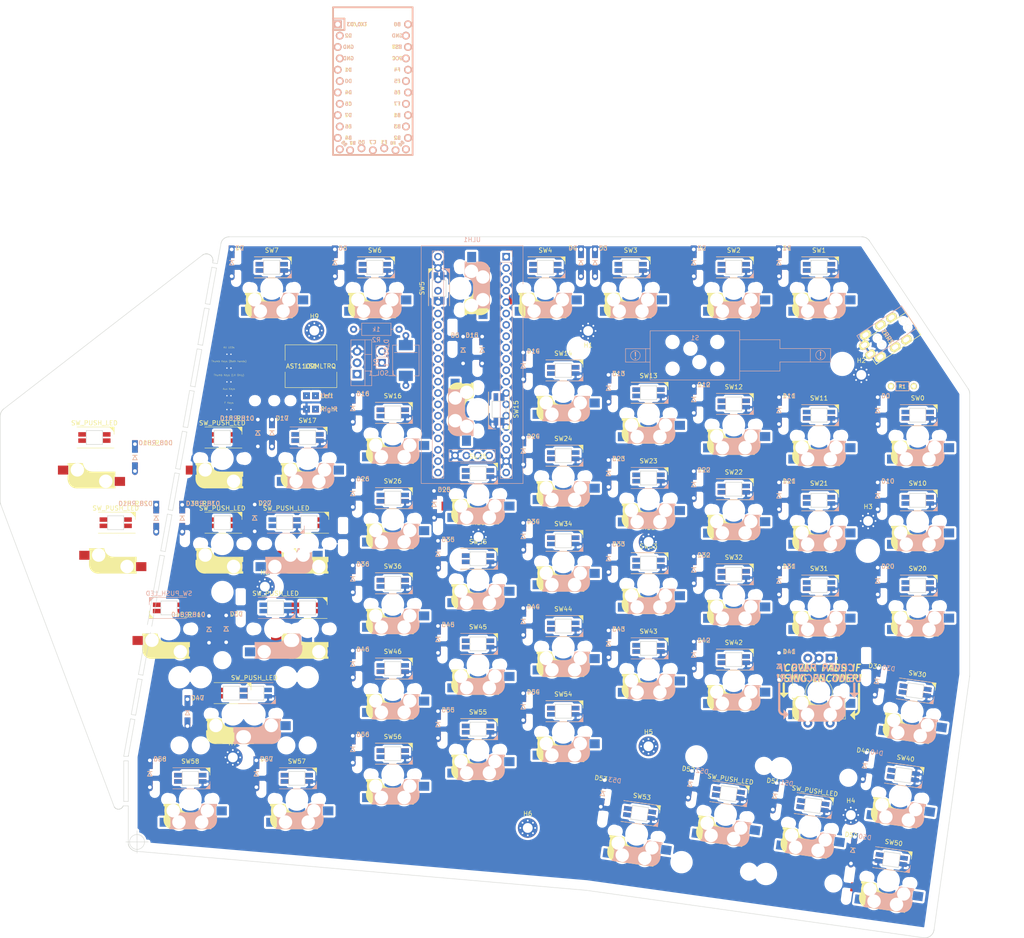
<source format=kicad_pcb>
(kicad_pcb (version 20211014) (generator pcbnew)
  (layers (0 "F.Cu" signal) (31 "B.Cu" signal) (34 "B.Paste" user) (35 "F.Paste" user) (36 "B.SilkS" user "B.Silkscreen") (37 "F.SilkS" user "F.Silkscreen") (38 "B.Mask" user) (39 "F.Mask" user) (44 "Edge.Cuts" user))
  (net 0 "")
  (net 1 "row0")
  (net 2 "row1")
  (net 3 "Net-(D11-Pad2)")
  (net 4 "Net-(D12-Pad2)")
  (net 5 "Net-(D13-Pad2)")
  (net 6 "Net-(D14-Pad2)")
  (net 7 "Net-(D15-Pad2)")
  (net 8 "Net-(D16-Pad2)")
  (net 9 "Net-(D17-Pad2)")
  (net 10 "row2")
  (net 11 "Net-(D21-Pad2)")
  (net 12 "Net-(D22-Pad2)")
  (net 13 "Net-(D23-Pad2)")
  (net 14 "Net-(D24-Pad2)")
  (net 15 "Net-(D25-Pad2)")
  (net 16 "Net-(D26-Pad2)")
  (net 17 "Net-(D27-Pad2)")
  (net 18 "Net-(D10-Pad2)")
  (net 19 "row3")
  (net 20 "Net-(D31-Pad2)")
  (net 21 "Net-(D32-Pad2)")
  (net 22 "Net-(D33-Pad2)")
  (net 23 "Net-(D34-Pad2)")
  (net 24 "Net-(D35-Pad2)")
  (net 25 "Net-(D36-Pad2)")
  (net 26 "Net-(D37-Pad2)")
  (net 27 "Net-(D20-Pad2)")
  (net 28 "Net-(D55-Pad2)")
  (net 29 "Net-(D30-Pad2)")
  (net 30 "Net-(D0-Pad2)")
  (net 31 "SW41B")
  (net 32 "Net-(D08_RH10-Pad2)")
  (net 33 "Net-(D18_RH10-Pad2)")
  (net 34 "Net-(D28_RH10-Pad2)")
  (net 35 "Net-(D38_RH10-Pad2)")
  (net 36 "Net-(D40-Pad2)")
  (net 37 "row5")
  (net 38 "Net-(D50-Pad2)")
  (net 39 "Net-(D51-Pad2)")
  (net 40 "Net-(D52-Pad2)")
  (net 41 "Net-(D53-Pad2)")
  (net 42 "row4")
  (net 43 "Net-(D57-Pad2)")
  (net 44 "Net-(D58-Pad2)")
  (net 45 "Net-(D56-Pad2)")
  (net 46 "Net-(D54-Pad2)")
  (net 47 "Net-(Q1-Pad1)")
  (net 48 "TRRS1")
  (net 49 "col2")
  (net 50 "col3")
  (net 51 "col4")
  (net 52 "col5")
  (net 53 "col6")
  (net 54 "VDD")
  (net 55 "Net-(D42-Pad2)")
  (net 56 "SW41A")
  (net 57 "encA")
  (net 58 "encB")
  (net 75 "Net-(D_SOL_1-PadA)")
  (net 76 "GND")
  (net 78 "Net-(J1-PadC)")
  (net 79 "SOLENOID_CONTROL")
  (net 80 "Net-(JP1-Pad2)")
  (net 81 "SOL_VCC")
  (net 82 "TRRS_VCC")
  (net 83 "LED")
  (net 84 "Net-(SW11-Pad2)")
  (net 85 "Net-(SW12-Pad2)")
  (net 86 "Net-(SW13-Pad2)")
  (net 87 "Net-(SW14-Pad2)")
  (net 88 "Net-(SW15-Pad2)")
  (net 89 "Net-(SW16-Pad2)")
  (net 90 "Net-(SW17-Pad2)")
  (net 91 "Net-(SW21-Pad4)")
  (net 92 "Net-(SW21-Pad2)")
  (net 93 "Net-(SW22-Pad4)")
  (net 94 "Net-(SW23-Pad4)")
  (net 95 "Net-(SW24-Pad4)")
  (net 96 "Net-(SW25-Pad4)")
  (net 97 "Net-(SW26-Pad4)")
  (net 98 "Net-(SW31-Pad2)")
  (net 99 "Net-(SW32-Pad2)")
  (net 100 "Net-(SW33-Pad2)")
  (net 101 "Net-(SW34-Pad2)")
  (net 102 "Net-(SW35-Pad2)")
  (net 103 "Net-(SW36-Pad2)")
  (net 104 "Net-(SW37-Pad2)")
  (net 105 "Net-(SW42-Pad2)")
  (net 106 "Net-(SW43-Pad4)")
  (net 107 "Net-(SW44-Pad4)")
  (net 108 "Net-(SW45-Pad4)")
  (net 109 "Net-(SW46-Pad4)")
  (net 110 "Net-(SW54-Pad2)")
  (net 111 "Net-(SW55-Pad2)")
  (net 112 "Net-(SW56-Pad2)")
  (net 113 "Net-(SW57-Pad2)")
  (net 114 "Net-(D43-Pad2)")
  (net 115 "Net-(D1-Pad2)")
  (net 116 "Net-(D2-Pad2)")
  (net 117 "Net-(D3-Pad2)")
  (net 118 "Net-(D4-Pad2)")
  (net 119 "Net-(D5-Pad2)")
  (net 120 "Net-(D6-Pad2)")
  (net 121 "Net-(D7-Pad2)")
  (net 122 "Net-(D44-Pad2)")
  (net 123 "Net-(D45-Pad2)")
  (net 124 "Net-(D46-Pad2)")
  (net 125 "Net-(D47-Pad2)")
  (net 126 "Net-(D48_RH10-Pad2)")
  (net 128 "col0")
  (net 129 "Net-(SW42-Pad4)")
  (net 130 "Net-(SW0-Pad4)")
  (net 131 "Net-(JP5-Pad1)")
  (net 132 "Net-(JP5-Pad2)")
  (net 133 "SPEAKER")
  (net 134 "Net-(SW5-Pad2)")
  (net 135 "Net-(SW6-Pad2)")
  (net 136 "Net-(SW1-Pad2)")
  (net 137 "Net-(SW2-Pad2)")
  (net 138 "Net-(SW4-Pad2)")
  (net 139 "Net-(SW10-Pad4)")
  (net 140 "Net-(SW50-Pad4)")
  (net 141 "Net-(SW51-Pad4)")
  (net 142 "Net-(SW30-Pad4)")
  (net 143 "Net-(SW52-Pad4)")
  (net 144 "Net-(SW58-Pad2)")
  (net 145 "Net-(SW53-Pad4)")
  (net 146 "Net-(JP6-Pad1)")
  (net 147 "Net-(JP6-Pad2)")
  (net 148 "Net-(SW08_RH10-Pad4)")
  (net 149 "Net-(SW18_RH10-Pad4)")
  (net 150 "Net-(SW28_RH10-Pad4)")
  (net 151 "Net-(SW48_RH10-Pad2)")
  (net 152 "Net-(JP4-Pad1)")
  (net 153 "Net-(JP4-Pad2)")
  (net 154 "Net-(SW4-Pad4)")
  (footprint "ergodonk_kicad_library:CherryMX_DoubleSided_Hotswap_miniE" (layer "F.Cu") (at 114.3 57.975)
    (fp_text reference "SW14")
    (fp_text value "SW_PUSH_LED")
    (fp_line (start 1.8 -3.149) (end 1.8 -6.249) (layer "Edge.Cuts") (width 0.12))
    (fp_line (start 1.8 -6.249) (end -1.8 -6.249) (layer "Edge.Cuts") (width 0.12))
    (fp_line (start -1.8 -3.149) (end 1.8 -3.149) (layer "Edge.Cuts") (width 0.12))
    (fp_line (start -1.8 -6.249) (end -1.8 -3.149) (layer "Edge.Cuts") (width 0.12))
  )
  (footprint "ergodonk_kicad_library:D3_TH_SMD_v3_ergodonk" (layer "F.Cu") (at 21.90625 143.464 -90)
    (fp_text reference "D58" hide)
    (fp_text value "D" hide)
  )
  (footprint "ergodonk_kicad_library:CherryMX_DoubleSided_Hotswap_miniE" (layer "F.Cu") (at 95.25 100.075)
    (fp_text reference "SW35")
    (fp_text value "SW_PUSH_LED")
    (fp_line (start 1.8 -6.249) (end -1.8 -6.249) (layer "Edge.Cuts") (width 0.12))
    (fp_line (start -1.8 -3.149) (end 1.8 -3.149) (layer "Edge.Cuts") (width 0.12))
    (fp_line (start -1.8 -6.249) (end -1.8 -3.149) (layer "Edge.Cuts") (width 0.12))
    (fp_line (start 1.8 -3.149) (end 1.8 -6.249) (layer "Edge.Cuts") (width 0.12))
  )
  (footprint "ergodonk_kicad_library:CherryMX_DoubleSided_Hotswap_miniE_1u_RH_ONLY" (layer "F.Cu") (at 38.1 72.975)
    (fp_text reference "SW18_RH10")
    (fp_text value "SW_PUSH_LED")
    (fp_line (start 1.8 -6.249) (end -1.8 -6.249) (layer "Edge.Cuts") (width 0.12))
    (fp_line (start -1.8 -3.149) (end 1.8 -3.149) (layer "Edge.Cuts") (width 0.12))
    (fp_line (start -1.8 -6.249) (end -1.8 -3.149) (layer "Edge.Cuts") (width 0.12))
    (fp_line (start 1.8 -3.149) (end 1.8 -6.249) (layer "Edge.Cuts") (width 0.12))
  )
  (footprint "ergodonk_kicad_library:CherryMX_DoubleSided_Hotswap_miniE_2u_Vertical" (layer "F.Cu") (at 169.425595 155.196737 -8)
    (fp_text reference "SW51")
    (fp_text value "SW_PUSH_LED")
    (fp_line (start -1.8 -3.149) (end 1.8 -3.149) (layer "Edge.Cuts") (width 0.12))
    (fp_line (start -1.8 -6.249) (end -1.8 -3.149) (layer "Edge.Cuts") (width 0.12))
    (fp_line (start 1.8 -6.249) (end -1.8 -6.249) (layer "Edge.Cuts") (width 0.12))
    (fp_line (start 1.8 -3.149) (end 1.8 -6.249) (layer "Edge.Cuts") (width 0.12))
  )
  (footprint "ergodonk_kicad_library:D3_TH_SMD_v3_ergodonk" (layer "F.Cu") (at 49.2 67.264 -90)
    (fp_text reference "D17" hide)
    (fp_text value "D" hide)
  )
  (footprint "ergodonk_kicad_library:D3_TH_SMD_v3_ergodonk" (layer "F.Cu") (at 86.3 132.464 -90)
    (fp_text reference "D55" hide)
    (fp_text value "D" hide)
  )
  (footprint "MountingHole:MountingHole_2.2mm_M2_Pad_Via" (layer "F.Cu") (at 40.46 139.798)
    (fp_text reference "H7")
    (fp_text value "MountingHole")
  )
  (footprint "ergodonk_kicad_library:CherryMX_DoubleSided_Hotswap_miniE" (layer "F.Cu") (at 133.35 101.075)
    (fp_text reference "SW33")
    (fp_text value "SW_PUSH_LED")
    (fp_line (start -1.8 -6.249) (end -1.8 -3.149) (layer "Edge.Cuts") (width 0.12))
    (fp_line (start -1.8 -3.149) (end 1.8 -3.149) (layer "Edge.Cuts") (width 0.12))
    (fp_line (start 1.8 -3.149) (end 1.8 -6.249) (layer "Edge.Cuts") (width 0.12))
    (fp_line (start 1.8 -6.249) (end -1.8 -6.249) (layer "Edge.Cuts") (width 0.12))
  )
  (footprint "Keebio-Parts:solder_jumper" (layer "F.Cu") (at 39.59 58.9355)
    (fp_text reference "JP4")
    (fp_text value "Aux Keys")
  )
  (footprint "ergodonk_kicad_library:D3_TH_SMD_v3_ergodonk" (layer "F.Cu") (at 67.25 118.914 -90)
    (fp_text reference "D46" hide)
    (fp_text value "D" hide)
  )
  (footprint "ergodonk_kicad_library:D3_TH_SMD_v3_ergodonk" (layer "F.Cu") (at 181.652968 141.685726 -98)
    (fp_text reference "D40" hide)
    (fp_text value "D" hide)
  )
  (footprint "MountingHole:MountingHole_2.2mm_M2_Pad_Via" (layer "F.Cu") (at 133.35 137.31875)
    (fp_text reference "H5")
    (fp_text value "MountingHole")
  )
  (footprint "Keebio-Parts:solder_jumper" (layer "F.Cu") (at 39.59 52.7505)
    (fp_text reference "JP2")
    (fp_text value "Thumb Keys (Both hands)")
  )
  (footprint "ergodonk_kicad_library:CherryMX_DoubleSided_Hotswap_miniE_1.5u_RH_ONLY" (layer "F.Cu") (at 14.2875 92.025)
    (fp_text reference "SW28_RH10")
    (fp_text value "SW_PUSH_LED")
    (fp_line (start -1.8 -6.249) (end -1.8 -3.149) (layer "Edge.Cuts") (width 0.12))
    (fp_line (start -1.8 -3.149) (end 1.8 -3.149) (layer "Edge.Cuts") (width 0.12))
    (fp_line (start 1.8 -3.149) (end 1.8 -6.249) (layer "Edge.Cuts") (width 0.12))
    (fp_line (start 1.8 -6.249) (end -1.8 -6.249) (layer "Edge.Cuts") (width 0.12))
  )
  (footprint "ergodonk_kicad_library:D3_TH_SMD_v3_ergodonk" (layer "F.Cu") (at 105.35 128.464 -90)
    (fp_text reference "D54" hide)
    (fp_text value "D" hide)
  )
  (footprint "ergodonk_kicad_library:CherryMX_DoubleSided_Hotswap_miniE" (layer "F.Cu") (at 76.2 67.475)
    (fp_text reference "SW16")
    (fp_text value "SW_PUSH_LED")
    (fp_line (start 1.8 -3.149) (end 1.8 -6.249) (layer "Edge.Cuts") (width 0.12))
    (fp_line (start 1.8 -6.249) (end -1.8 -6.249) (layer "Edge.Cuts") (width 0.12))
    (fp_line (start -1.8 -3.149) (end 1.8 -3.149) (layer "Edge.Cuts") (width 0.12))
    (fp_line (start -1.8 -6.249) (end -1.8 -3.149) (layer "Edge.Cuts") (width 0.12))
  )
  (footprint "ergodonk_kicad_library:CherryMX_DoubleSided_Hotswap_miniE" (layer "F.Cu") (at 95.25 119.125)
    (fp_text reference "SW45")
    (fp_text value "SW_PUSH_LED")
    (fp_line (start -1.8 -3.149) (end 1.8 -3.149) (layer "Edge.Cuts") (width 0.12))
    (fp_line (start 1.8 -3.149) (end 1.8 -6.249) (layer "Edge.Cuts") (width 0.12))
    (fp_line (start -1.8 -6.249) (end -1.8 -3.149) (layer "Edge.Cuts") (width 0.12))
    (fp_line (start 1.8 -6.249) (end -1.8 -6.249) (layer "Edge.Cuts") (width 0.12))
  )
  (footprint "ergodonk_kicad_library:CherryMX_DoubleSided_Hotswap_miniE" (layer "F.Cu") (at 72.2 34.925)
    (fp_text reference "SW6")
    (fp_text value "SW_PUSH_LED")
    (fp_line (start -1.8 -3.149) (end 1.8 -3.149) (layer "Edge.Cuts") (width 0.12))
    (fp_line (start 1.8 -6.249) (end -1.8 -6.249) (layer "Edge.Cuts") (width 0.12))
    (fp_line (start -1.8 -6.249) (end -1.8 -3.149) (layer "Edge.Cuts") (width 0.12))
    (fp_line (start 1.8 -3.149) (end 1.8 -6.249) (layer "Edge.Cuts") (width 0.12))
  )
  (footprint "ergodonk_kicad_library:D3_TH_SMD_v3_ergodonk" (layer "F.Cu") (at 67.25 137.964 -90)
    (fp_text reference "D56" hide)
    (fp_text value "D" hide)
  )
  (footprint "ergodonk_kicad_library:D3_TH_SMD_v3_ergodonk" (layer "F.Cu") (at 124.4 57.264 -90)
    (fp_text reference "D13" hide)
    (fp_text value "D" hide)
  )
  (footprint "ergodonk_kicad_library:D3_TH_SMD_v3_ergodonk" (layer "F.Cu") (at 143.45 97.864 -90)
    (fp_text reference "D32" hide)
    (fp_text value "D" hide)
  )
  (footprint "ergodonk_kicad_library:D3_TH_SMD_v3_ergodonk" (layer "F.Cu") (at 67.25 80.814 -90)
    (fp_text reference "D26" hide)
    (fp_text value "D" hide)
  )
  (footprint "ergodonk_kicad_library:CherryMX_DoubleSided_Hotswap_miniE" (layer "F.Cu") (at 95.25 138.175)
    (fp_text reference "SW55")
    (fp_text value "SW_PUSH_LED")
    (fp_line (start 1.8 -3.149) (end 1.8 -6.249) (layer "Edge.Cuts") (width 0.12))
    (fp_line (start -1.8 -3.149) (end 1.8 -3.149) (layer "Edge.Cuts") (width 0.12))
    (fp_line (start 1.8 -6.249) (end -1.8 -6.249) (layer "Edge.Cuts") (width 0.12))
    (fp_line (start -1.8 -6.249) (end -1.8 -3.149) (layer "Edge.Cuts") (width 0.12))
  )
  (footprint "ergodonk_kicad_library:CherryMX_DoubleSided_Hotswap_miniE" (layer "F.Cu") (at 91.25 34.925 90)
    (fp_text reference "SW5")
    (fp_text value "SW_PUSH_LED")
    (fp_line (start -1.8 -6.249) (end -1.8 -3.149) (layer "Edge.Cuts") (width 0.12))
    (fp_line (start 1.8 -6.249) (end -1.8 -6.249) (layer "Edge.Cuts") (width 0.12))
    (fp_line (start -1.8 -3.149) (end 1.8 -3.149) (layer "Edge.Cuts") (width 0.12))
    (fp_line (start 1.8 -3.149) (end 1.8 -6.249) (layer "Edge.Cuts") (width 0.12))
  )
  (footprint "ergodonk_kicad_library:RotaryEncoder_EC11_with_MX_hotswap_v2" (layer "F.Cu") (at 165.608 128.173)
    (fp_text reference "SWLH_ROT1")
    (fp_text value "RotaryEncoder_Switch")
  )
  (footprint "ergodonk_kicad_library:CherryMX_DoubleSided_Hotswap_miniE" (layer "F.Cu") (at 133.35 120.125)
    (fp_text reference "SW43")
    (fp_text value "SW_PUSH_LED")
    (fp_line (start 1.8 -6.249) (end -1.8 -6.249) (layer "Edge.Cuts") (width 0.12))
    (fp_line (start 1.8 -3.149) (end 1.8 -6.249) (layer "Edge.Cuts") (width 0.12))
    (fp_line (start -1.8 -3.149) (end 1.8 -3.149) (layer "Edge.Cuts") (width 0.12))
    (fp_line (start -1.8 -6.249) (end -1.8 -3.149) (layer "Edge.Cuts") (width 0.12))
  )
  (footprint "ergodonk_kicad_library:D3_TH_SMD_v3_ergodonk" (layer "F.Cu") (at 40.2 29.214 -90)
    (fp_text reference "D7" hide)
    (fp_text value "D" hide)
  )
  (footprint "ergodonk_kicad_library:D3_TH_SMD_v3_ergodonk" (layer "F.Cu") (at 143.45 29.214 -90)
    (fp_text reference "D2" hide)
    (fp_text value "D" hide)
  )
  (footprint "MountingHole:MountingHole_2.2mm_M2_Pad_Via" (layer "F.Cu") (at 178.56 152.678)
    (fp_text reference "H4")
    (fp_text value "MountingHole")
  )
  (footprint "Keebio-Parts:solder_jumper" (layer "F.Cu") (at 39.59 49.658)
    (fp_text reference "JP1")
    (fp_text value "All LEDs")
  )
  (footprint "ergodonk_kicad_library:CherryMX_DoubleSided_Hotswap_miniE" (layer "F.Cu") (at 186.964578 167.280288 -8)
    (fp_text reference "SW50")
    (fp_text value "SW_PUSH_LED")
    (fp_line (start 1.8 -6.249) (end -1.8 -6.249) (layer "Edge.Cuts") (width 0.12))
    (fp_line (start -1.8 -6.249) (end -1.8 -3.149) (layer "Edge.Cuts") (width 0.12))
    (fp_line (start -1.8 -3.149) (end 1.8 -3.149) (layer "Edge.Cuts") (width 0.12))
    (fp_line (start 1.8 -3.149) (end 1.8 -6.249) (layer "Edge.Cuts") (width 0.12))
  )
  (footprint "ergodonk_kicad_library:CherryMX_DoubleSided_Hotswap_miniE" (layer "F.Cu") (at 171.45 87.025)
    (fp_text reference "SW21")
    (fp_text value "SW_PUSH_LED")
    (fp_line (start -1.8 -6.249) (end -1.8 -3.149) (layer "Edge.Cuts") (width 0.12))
    (fp_line (start 1.8 -3.149) (end 1.8 -6.249) (layer "Edge.Cuts") (width 0.12))
    (fp_line (start 1.8 -6.249) (end -1.8 -6.249) (layer "Edge.Cuts") (width 0.12))
    (fp_line (start -1.8 -3.149) (end 1.8 -3.149) (layer "Edge.Cuts") (width 0.12))
  )
  (footprint "ergodonk_kicad_library:CherryMX_DoubleSided_Hotswap_miniE" (layer "F.Cu") (at 110.3 34.925)
    (fp_text reference "SW4")
    (fp_text value "SW_PUSH_LED")
    (fp_line (start -1.8 -3.149) (end 1.8 -3.149) (layer "Edge.Cuts") (width 0.12))
    (fp_line (start 1.8 -3.149) (end 1.8 -6.249) (layer "Edge.Cuts") (width 0.12))
    (fp_line (start -1.8 -6.249) (end -1.8 -3.149) (layer "Edge.Cuts") (width 0.12))
    (fp_line (start 1.8 -6.249) (end -1.8 -6.249) (layer "Edge.Cuts") (width 0.12))
  )
  (footprint "Keebio-Parts:Elite-C-ZigZag" (layer "F.Cu") (at 71.75 -10.142 -90)
    (fp_text reference "U1" hide)
    (fp_text value "Elite-C-ZigZag" hide)
  )
  (footprint "ergodonk_kicad_library:CherryMX_DoubleSided_Hotswap_miniE_1.25u_Vertical" (layer "F.Cu") (at 130.702164 156.968469 -8)
    (fp_text reference "SW53")
    (fp_text value "SW_PUSH_LED")
    (fp_line (start 1.8 -6.249) (end -1.8 -6.249) (layer "Edge.Cuts") (width 0.12))
    (fp_line (start -1.8 -3.149) (end 1.8 -3.149) (layer "Edge.Cuts") (width 0.12))
    (fp_line (start -1.8 -6.249) (end -1.8 -3.149) (layer "Edge.Cuts") (width 0.12))
    (fp_line (start 1.8 -3.149) (end 1.8 -6.249) (layer "Edge.Cuts") (width 0.12))
  )
  (footprint "ergodonk_kicad_library:CherryMX_DoubleSided_Hotswap_miniE" (layer "F.Cu") (at 76.2 86.525)
    (fp_text reference "SW26")
    (fp_text value "SW_PUSH_LED")
    (fp_line (start 1.8 -6.249) (end -1.8 -6.249) (layer "Edge.Cuts") (width 0.12))
    (fp_line (start -1.8 -3.149) (end 1.8 -3.149) (layer "Edge.Cuts") (width 0.12))
    (fp_line (start -1.8 -6.249) (end -1.8 -3.149) (layer "Edge.Cuts") (width 0.12))
    (fp_line (start 1.8 -3.149) (end 1.8 -6.249) (layer "Edge.Cuts") (width 0.12))
  )
  (footprint "ergodonk_kicad_library:D3_TH_SMD_v3_ergodonk" (layer "F.Cu") (at 184.55 62.264 -90)
    (fp_text reference "D0" hide)
    (fp_text value "D" hide)
  )
  (footprint "ergodonk_kicad_library:D3_TH_SMD_v3_ergodonk" (layer "F.Cu") (at 162.5 81.314 -90)
    (fp_text reference "D21" hide)
    (fp_text value "D" hide)
  )
  (footprint "MountingHole:MountingHole_2.2mm_M2_Pad_Via" (layer "F.Cu") (at 95.36 90.508)
    (fp_text reference "H10")
    (fp_text value "MountingHole")
  )
  (footprint "ergodonk_kicad_library:CherryMX_DoubleSided_Hotswap_miniE" (layer "F.Cu") (at 152.4 65.475)
    (fp_text reference "SW12")
    (fp_text value "SW_PUSH_LED")
    (fp_line (start 1.8 -3.149) (end 1.8 -6.249) (layer "Edge.Cuts") (width 0.12))
    (fp_line (start -1.8 -3.149) (end 1.8 -3.149) (layer "Edge.Cuts") (width 0.12))
    (fp_line (start -1.8 -6.249) (end -1.8 -3.149) (layer "Edge.Cuts") (width 0.12))
    (fp_line (start 1.8 -6.249) (end -1.8 -6.249) (layer "Edge.Cuts") (width 0.12))
  )
  (footprint "ergodonk_kicad_library:D3_TH_SMD_v3_ergodonk" (layer "F.Cu") (at 38.97 111.053 -90)
    (fp_text reference "D37" hide)
    (fp_text value "D" hide)
  )
  (footprint "ergodonk_kicad_library:CherryMX_DoubleSided_Hotswap_miniE" (layer "F.Cu") (at 189.615825 148.415681 -8)
    (fp_text reference "SW40")
    (fp_text value "SW_PUSH_LED")
    (fp_line (start 1.8 -3.149) (end 1.8 -6.249) (layer "Edge.Cuts") (width 0.12))
    (fp_line (start 1.8 -6.249) (end -1.8 -6.249) (layer "Edge.Cuts") (width 0.12))
    (fp_line (start -1.8 -3.149) (end 1.8 -3.149) (layer "Edge.Cuts") (width 0.12))
    (fp_line (start -1.8 -6.249) (end -1.8 -3.149) (layer "Edge.Cuts") (width 0.12))
  )
  (footprint "ergodonk_kicad_library:CherryMX_DoubleSided_Hotswap_miniE" (layer "F.Cu") (at 114.3 115.125)
    (fp_text reference "SW44")
    (fp_text value "SW_PUSH_LED")
    (fp_line (start -1.8 -3.149) (end 1.8 -3.149) (layer "Edge.Cuts") (width 0.12))
    (fp_line (start 1.8 -6.249) (end -1.8 -6.249) (layer "Edge.Cuts") (width 0.12))
    (fp_line (start -1.8 -6.249) (end -1.8 -3.149) (layer "Edge.Cuts") (width 0.12))
    (fp_line (start 1.8 -3.149) (end 1.8 -6.249) (layer "Edge.Cuts") (width 0.12))
  )
  (footprint "ergodonk_kicad_library:D3_TH_SMD_v3_ergodonk" (layer "F.Cu") (at 143.45 116.914 -90)
    (fp_text reference "D42" hide)
    (fp_text value "D" hide)
  )
  (footprint "MountingHole:MountingHole_2.2mm_M2_Pad_Via" (layer "F.Cu") (at 182.42 86.938)
    (fp_text reference "H3")
    (fp_text value "MountingHole")
  )
  (footprint "ergodonk_kicad_library:D3_TH_SMD_v3_ergodonk" (layer "F.Cu") (at 124.4 95.364 -90)
    (fp_text reference "D33" hide)
    (fp_text value "D" hide)
  )
  (footprint "ergodonk_kicad_library:D3_TH_SMD_v3_ergodonk" (layer "F.Cu") (at 162.5 62.264 -90)
    (fp_text reference "D11" hide)
    (fp_text value "D" hide)
  )
  (footprint "ergodonk_kicad_library:D3_TH_SMD_v3_ergodonk" (layer "F.Cu") (at 45.34 86.258 -90)
    (fp_text reference "D27" hide)
    (fp_text value "D" hide)
  )
  (footprint "MountingHole:MountingHole_2.2mm_M2_Pad_Via" (layer "F.Cu") (at 106.3625 155.575)
    (fp_text reference "H6")
    (fp_text value "MountingHole")
  )
  (footprint "ergodonk_kicad_library:D3_TH_SMD_v3_ergodonk" (layer "F.Cu") (at 143.45 59.764 -90)
    (fp_text reference "D12" hide)
    (fp_text value "D" hide)
  )
  (footprint "ergodonk_kicad_library:AST1109MLTRQ" (layer "F.Cu") (at 57.92 52.328 180)
    (fp_text reference "LS1")
    (fp_text value "AST1109MLTRQ")
  )
  (footprint "ergodonk_kicad_library:CherryMX_DoubleSided_Hotswap_miniE" (layer "F.Cu") (at 76.2 143.675)
    (fp_text reference "SW56")
    (fp_text value "SW_PUSH_LED")
    (fp_line (start 1.8 -3.149) (end 1.8 -6.249) (layer "Edge.Cuts") (width 0.12))
    (fp_line (start -1.8 -3.149) (end 1.8 -3.149) (layer "Edge.Cuts") (width 0.12))
    (fp_line (start 1.8 -6.249) (end -1.8 -6.249) (layer "Edge.Cuts") (width 0.12))
    (fp_line (start -1.8 -6.249) (end -1.8 -3.149) (layer "Edge.Cuts") (width 0.12))
  )
  (footprint "Keebio-Parts:solder_jumper" (layer "F.Cu") (at 39.59 62.028)
    (fp_text reference "JP5")
    (fp_text value "F Keys")
  )
  (footprint "ergodonk_kicad_library:D3_TH_SMD_v3_ergodonk" (layer "F.Cu") (at 85.42 83.218 -90)
    (fp_text reference "D25" hide)
    (fp_text value "D" hide)
  )
  (footprint "ergodonk_kicad_library:D3_TH_SMD_v3_ergodonk" (layer "F.Cu") (at 105.35 90.364 -90)
    (fp_text reference "D34" hide)
    (fp_text value "D" hide)
  )
  (footprint "ergodonk_kicad_library:CherryMX_DoubleSided_Hotswap_miniE_2u_Vertical" (layer "F.Cu") (at 150.561639 152.546435 -8)
    (fp_text reference "SW52")
    (fp_text value "SW_PUSH_LED")
    (fp_line (start -1.8 -3.149) (end 1.8 -3.149) (layer "Edge.Cuts") (width 0.12))
    (fp_line (start 1.8 -3.149) (end 1.8 -6.249) (layer "Edge.Cuts") (width 0.12))
    (fp_line (start 1.8 -6.249) (end -1.8 -6.249) (layer "Edge.Cuts") (width 0.12))
    (fp_line (start -1.8 -6.249) (end -1.8 -3.149) (layer "Edge.Cuts") (width 0.12))
  )
  (footprint "MountingHole:MountingHole_2.2mm_M2_Pad_Via" (layer "F.Cu") (at 119.86 44.448 180)
    (fp_text reference "H1")
    (fp_text value "MountingHole")
  )
  (footprint "ergodonk_kicad_library:D3_TH_SMD_v3_ergodonk" (layer "F.Cu") (at 179.012968 160.545726 -98)
    (fp_text reference "D50" hide)
    (fp_text value "D" hide)
  )
  (footprint "ergodonk_kicad_library:CherryMX_DoubleSided_Hotswap_miniE" (layer "F.Cu") (at 193.5 87.025)
    (fp_text reference "SW10")
    (fp_text value "SW_PUSH_LED")
    (fp_line (start -1.8 -3.149) (end 1.8 -3.149) (layer "Edge.Cuts") (width 0.12))
    (fp_line (start -1.8 -6.249) (end -1.8 -3.149) (layer "Edge.Cuts") (width 0.12))
    (fp_line (start 1.8 -3.149) (end 1.8 -6.249) (layer "Edge.Cuts") (width 0.12))
    (fp_line (start 1.8 -6.249) (end -1.8 -6.249) (layer "Edge.Cuts") (width 0.12))
  )
  (footprint "ergodonk_kicad_library:CherryMX_DoubleSided_Hotswap_miniE" (layer "F.Cu") (at 152.4 84.525)
    (fp_text reference "SW22")
    (fp_text value "SW_PUSH_LED")
    (fp_line (start 1.8 -6.249) (end -1.8 -6.249) (layer "Edge.Cuts") (width 0.12))
    (fp_line (start 1.8 -3.149) (end 1.8 -6.249) (layer "Edge.Cuts") (width 0.12))
    (fp_line (start -1.8 -6.249) (end -1.8 -3.149) (layer "Edge.Cuts") (width 0.12))
    (fp_line (start -1.8 -3.149) (end 1.8 -3.149) (layer "Edge.Cuts") (width 0.12))
  )
  (footprint "ergodonk_kicad_library:CherryMX_DoubleSided_Hotswap_miniE" (layer "F.Cu") (at 114.3 77.025)
    (fp_text reference "SW24")
    (fp_text value "SW_PUSH_LED")
    (fp_line (start 1.8 -3.149) (end 1.8 -6.249) (layer "Edge.Cuts") (width 0.12))
    (fp_line (start 1.8 -6.249) (end -1.8 -6.249) (layer "Edge.Cuts") (width 0.12))
    (fp_line (start -1.8 -6.249) (end -1.8 -3.149) (layer "Edge.Cuts") (width 0.12))
    (fp_line (start -1.8 -3.149) (end 1.8 -3.149) (layer "Edge.Cuts") (width 0.12))
  )
  (footprint "ergodonk_kicad_library:CherryMX_DoubleSided_Hotswap_miniE" (layer "F.Cu") (at 171.45 34.925)
    (fp_text reference "SW1")
    (fp_text value "SW_PUSH_LED")
    (fp_line (start -1.8 -6.249) (end -1.8 -3.149) (layer "Edge.Cuts") (width 0.12))
    (fp_line (start 1.8 -3.149) (end 1.8 -6.249) (layer "Edge.Cuts") (width 0.12))
    (fp_line (start -1.8 -3.149) (end 1.8 -3.149) (layer "Edge.Cuts") (width 0.12))
    (fp_line (start 1.8 -6.249) (end -1.8 -6.249) (layer "Edge.Cuts") (width 0.12))
  )
  (footprint "ergodonk_kicad_library:D3_TH_SMD_v3_ergodonk" (layer "F.Cu") (at 161.547032 148.480274 -98)
    (fp_text reference "D51" hide)
    (fp_text value "D" hide)
  )
  (footprint "ergodonk_kicad_library:CherryMX_DoubleSided_Hotswap_miniE_1.75u_LH_1u_RH" (layer "F.Cu") (at 50.00625 111.075)
    (fp_text reference "SW37")
    (fp_text value "SW_PUSH_LED")
    (fp_line (start 1.8 -3.149) (end 1.8 -6.249) (layer "Edge.Cuts") (width 0.12))
    (fp_line (start 5.34375 -6.249) (end 5.34375 -3.149) (layer "Edge.Cuts") (width 0.12))
    (fp_line (start -1.8 -6.249) (end -1.8 -3.149) (layer "Edge.Cuts") (width 0.12))
    (fp_line (start 8.94375 -6.249) (end 5.34375 -6.249) (layer "Edge.Cuts") (width 0.12))
    (fp_line (start 1.8 -6.249) (end -1.8 -6.249) (layer "Edge.Cuts") (width 0.12))
    (fp_line (start -1.8 -3.149) (end 1.8 -3.149) (layer "Edge.Cuts") (width 0.12))
    (fp_line (start 8.94375 -3.149) (end 8.94375 -6.249) (layer "Edge.Cuts") (width 0.12))
    (fp_line (start 5.34375 -3.149) (end 8.94375 -3.149) (layer "Edge.Cuts") (width 0.12))
  )
  (footprint "ergodonk_kicad_library:D3_TH_SMD_v3_ergodonk" (layer "F.Cu") (at 162.5 29.214 -90)
    (fp_text reference "D1" hide)
    (fp_text value "D" hide)
  )
  (footprint "ergodonk_kicad_library:CherryMX_DoubleSided_Hotswap_miniE_2.25u_LH_2.75u_RH" (layer "F.Cu") (at 45.24375 130.125)
    (fp_text reference "SW47")
    (fp_text value "SW_PUSH_LED")
    (fp_line (start -1.45 -3.149) (end 2.15 -3.149) (layer "Edge.Cuts") (width 0.12))
    (fp_line (start -6.9125 -3.149) (end -3.3125 -3.149) (layer "Edge.Cuts") (width 0.12))
    (fp_line (start -3.3125 -3.149) (end -3.3125 -6.249) (layer "Edge.Cuts") (width 0.12))
    (fp_line (start -6.9125 -6.249) (end -6.9125 -3.149) (layer "Edge.Cuts") (width 0.12))
    (fp_line (start 2.15 -6.249) (end -1.45 -6.249) (layer "Edge.Cuts") (width 0.12))
    (fp_line (start 2.15 -3.149) (end 2.15 -6.249) (layer "Edge.Cuts") (width 0.12))
    (fp_line (start -3.3125 -6.249) (end -6.9125 -6.249) (layer "Edge.Cuts") (width 0.12))
    (fp_line (start -1.45 -6.249) (end -1.45 -3.149) (layer "Edge.Cuts") (width 0.12))
  )
  (footprint "ergodonk_kicad_library:CherryMX_DoubleSided_Hotswap_miniE" (layer "F.Cu") (at 193.5 106.075)
    (fp_text reference "SW20")
    (fp_text value "SW_PUSH_LED")
    (fp_line (start 1.8 -3.149) (end 1.8 -6.249) (layer "Edge.Cuts") (width 0.12))
    (fp_line (start 1.8 -6.249) (end -1.8 -6.249) (layer "Edge.Cuts") (width 0.12))
    (fp_line (start -1.8 -3.149) (end 1.8 -3.149) (layer "Edge.Cuts") (width 0.12))
    (fp_line (start -1.8 -6.249) (end -1.8 -3.149) (layer "Edge.Cuts") (width 0.12))
  )
  (footprint "ergodonk_kicad_library:CherryMX_DoubleSided_Hotswap_miniE" (layer "F.Cu") (at 152.4 34.925)
    (fp_text reference "SW2")
    (fp_text value "SW_PUSH_LED")
    (fp_line (start -1.8 -3.149) (end 1.8 -3.149) (layer "Edge.Cuts") (width 0.12))
    (fp_line (start 1.8 -6.249) (end -1.8 -6.249) (layer "Edge.Cuts") (width 0.12))
    (fp_line (start -1.8 -6.249) (end -1.8 -3.149) (layer "Edge.Cuts") (width 0.12))
    (fp_line (start 1.8 -3.149) (end 1.8 -6.249) (layer "Edge.Cuts") (width 0.12))
  )
  (footprint "ergodonk_kicad_library:D3_TH_SMD_v3_ergodonk" (layer "F.Cu") (at 30.32125 129.80055 -90)
    (fp_text reference "D47" hide)
    (fp_text value "D" hide)
  )
  (footprint "ergodonk_kicad_library:CherryMX_DoubleSided_Hotswap_miniE" (layer "F.Cu") (at 152.4 122.625)
    (fp_text reference "SW42")
    (fp_text value "SW_PUSH_LED")
    (fp_line (start 1.8 -3.149) (end 1.8 -6.249) (layer "Edge.Cuts") (width 0.12))
    (fp_line (start -1.8 -3.149) (end 1.8 -3.149) (layer "Edge.Cuts") (width 0.12))
    (fp_line (start 1.8 -6.249) (end -1.8 -6.249) (layer "Edge.Cuts") (width 0.12))
    (fp_line (start -1.8 -6.249) (end -1.8 -3.149) (layer "Edge.Cuts") (width 0.12))
  )
  (footprint "ergodonk_kicad_library:D3_TH_SMD_v3_ergodonk" (layer "F.Cu") (at 63.25 29.214 -90)
    (fp_text reference "D6" hide)
    (fp_text value "D" hide)
  )
  (footprint "ergodonk_kicad_library:D3_TH_SMD_v3_ergodonk" (layer "F.Cu") (at 105.35 71.314 -90)
    (fp_text reference "D24" hide)
    (fp_text value "D" hide)
  )
  (footprint "Keebio-Parts:SolderJumper" (layer "F.Cu") (at 57.928 60.428)
    (fp_text reference "JP6" hide)
    (fp_text value "SolderJumper_3_Open" hide)
  )
  (footprint "ergodonk_kicad_library:CherryMX_DoubleSided_Hotswap_miniE_1.5u_LH_1u_RH" (layer "F.Cu") (at 52.3875 92.025)
    (fp_text reference "SW27")
    (fp_text value "SW_PUSH_LED")
    (fp_line (start 1.45 -3.149) (end 1.45 -6.249) (layer "Edge.Cuts") (width 0.12))
    (fp_line (start 6.9125 -3.149) (end 6.9125 -6.249) (layer "Edge.Cuts") (width 0.12))
    (fp_line (start 1.45 -6.249) (end -2.15 -6.249) (layer "Edge.Cuts") (width 0.12))
    (fp_line (start 3.3125 -6.249) (end 3.3125 -3.149) (layer "Edge.Cuts") (width 0.12))
    (fp_line (start -2.15 -6.249) (end -2.15 -3.149) (layer "Edge.Cuts") (width 0.12))
    (fp_line (start 6.9125 -6.249) (end 3.3125 -6.249) (layer "Edge.Cuts") (width 0.12))
    (fp_line (start -2.15 -3.149) (end 1.45 -3.149) (layer "Edge.Cuts") (width 0.12))
    (fp_line (start 3.3125 -3.149) (end 6.9125 -3.149) (layer "Edge.Cuts") (width 0.12))
  )
  (footprint "ergodonk_kicad_library:CherryMX_DoubleSided_Hotswap_miniE_1.25u" (layer "F.Cu") (at 54.76875 149.175)
    (fp_text reference "SW57")
    (fp_text value "SW_PUSH_LED")
    (fp_line (start -1.8 -6.249) (end -1.8 -3.149) (layer "Edge.Cuts") (width 0.12))
    (fp_line (start 1.8 -3.149) (end 1.8 -6.249) (layer "Edge.Cuts") (width 0.12))
    (fp_line (start 1.8 -6.249) (end -1.8 -6.249) (layer "Edge.Cuts") (width 0.12))
    (fp_line (start -1.8 -3.149) (end 1.8 -3.149) (layer "Edge.Cuts") (width 0.12))
  )
  (footprint "ergodonk_kicad_library:D3_TH_SMD_v3_ergodonk" (layer "F.Cu") (at 121.4 29.214 -90)
    (fp_text reference "D3" hide)
    (fp_text value "D" hide)
  )
  (footprint "ergodonk_kicad_library:CherryMX_DoubleSided_Hotswap_miniE" (layer "F.Cu") (at 114.3 96.075)
    (fp_text reference "SW34")
    (fp_text value "SW_PUSH_LED")
    (fp_line (start 1.8 -6.249) (end -1.8 -6.249) (layer "Edge.Cuts") (width 0.12))
    (fp_line (start -1.8 -3.149) (end 1.8 -3.149) (layer "Edge.Cuts") (width 0.12))
    (fp_line (start 1.8 -3.149) (end 1.8 -6.249) (layer "Edge.Cuts") (width 0.12))
    (fp_line (start -1.8 -6.249) (end -1.8 -3.149) (layer "Edge.Cuts") (width 0.12))
  )
  (footprint "ergodonk_kicad_library:D3_TH_SMD_v3_ergodonk" (layer "F.Cu") (at 67.25 61.764 -90)
    (fp_text reference "D16" hide)
    (fp_text value "D" hide)
  )
  (footprint "ergodonk_kicad_library:D3_TH_SMD_v3_ergodonk" (layer "F.Cu") (at 86.3 94.364 -90)
    (fp_text reference "D35" hide)
    (fp_text value "D" hide)
  )
  (footprint "ergodonk_kicad_library:D3_TH_SMD_v3_ergodonk" (layer "F.Cu") (at 124.4 114.414 -90)
    (fp_text reference "D43" hide)
    (fp_text value "D" hide)
  )
  (footprint "ergodonk_kicad_library:CherryMX_DoubleSided_Hotswap_miniE_1.25u" (layer "F.Cu") (at 30.95625 149.175)
    (fp_text reference "SW58")
    (fp_text value "SW_PUSH_LED")
    (fp_line (start 1.8 -6.249) (end -1.8 -6.249) (layer "Edge.Cuts") (width 0.12))
    (fp_line (start -1.8 -6.249) (end -1.8 -3.149) (layer "Edge.Cuts") (width 0.12))
    (fp_line (start 1.8 -3.149) (end 1.8 -6.249) (layer "Edge.Cuts") (width 0.12))
    (fp_line (start -1.8 -3.149) (end 1.8 -3.149) (layer "Edge.Cuts") (width 0.12))
  )
  (footprint "ergodonk_kicad_library:CherryMX_DoubleSided_Hotswap_miniE" (layer "F.Cu") (at 171.45 106.075)
    (fp_text reference "SW31")
    (fp_text value "SW_PUSH_LED")
    (fp_line (start 1.8 -3.149) (end 1.8 -6.249) (layer "Edge.Cuts") (width 0.12))
    (fp_line (start 1.8 -6.249) (end -1.8 -6.249) (layer "Edge.Cuts") (width 0.12))
    (fp_line (start -1.8 -3.149) (end 1.8 -3.149) (layer "Edge.Cuts") (width 0.12))
    (fp_line (start -1.8 -6.249) (end -1.8 -3.149) (layer "Edge.Cuts") (width 0.12))
  )
  (footprint "ergodonk_kicad_library:D3_TH_SMD_v3_ergodonk" (layer "F.Cu") (at 86.3 113.414 -90)
    (fp_text reference "D45" hide)
    (fp_text value "D" hide)
  )
  (footprint "ergodonk_kicad_library:CherryMX_DoubleSided_Hotswap_miniE" (layer "F.Cu") (at 129.35 34.925)
    (fp_text reference "SW3")
    (fp_text value "SW_PUSH_LED")
    (fp_line (start -1.8 -3.149) (end 1.8 -3.149) (layer "Edge.Cuts") (width 0.12))
    (fp_line (start -1.8 -6.249) (end -1.8 -3.149) (layer "Edge.Cuts") (width 0.12))
    (fp_line (start 1.8 -3.149) (end 1.8 -6.249) (layer "Edge.Cuts") (width 0.12))
    (fp_line (start 1.8 -6.249) (end -1.8 -6.249) (layer "Edge.Cuts") (width 0.12))
  )
  (footprint "ergodonk_kicad_library:D3_TH_SMD_v3_ergodonk" (layer "F.Cu") (at 143.45 78.814 -90)
    (fp_text reference "D22" hide)
    (fp_text value "D" hide)
  )
  (footprint "ergodonk_kicad_library:CherryMX_DoubleSided_Hotswap_miniE" (layer "F.Cu") (at 76.2 124.625)
    (fp_text reference "SW46")
    (fp_text value "SW_PUSH_LED")
    (fp_line (start 1.8 -6.249) (end -1.8 -6.249) (layer "Edge.Cuts") (width 0.12))
    (fp_line (start -1.8 -3.149) (end 1.8 -3.149) (layer "Edge.Cuts") (width 0.12))
    (fp_line (start 1.8 -3.149) (end 1.8 -6.249) (layer "Edge.Cuts") (width 0.12))
    (fp_line (start -1.8 -6.249) (end -1.8 -3.149) (layer "Edge.Cuts") (width 0.12))
  )
  (footprint "ergodonk_kicad_library:CherryMX_DoubleSided_Hotswap_miniE" (layer "F.Cu") (at 192.267073 129.551075 -8)
    (fp_text reference "SW30")
    (fp_text value "SW_PUSH_LED")
    (fp_line (start -1.8 -3.149) (end 1.8 -3.149) (layer "Edge.Cuts") (width 0.12))
    (fp_line (start 1.8 -3.149) (end 1.8 -6.249) (layer "Edge.Cuts") (width 0.12))
    (fp_line (start -1.8 -6.249) (end -1.8 -3.149) (layer "Edge.Cuts") (width 0.12))
    (fp_line (start 1.8 -6.249) (end -1.8 -6.249) (layer "Edge.Cuts") (width 0.12))
  )
  (footprint "MountingHole:MountingHole_2.2mm_M2_Pad_Via" (layer "F.Cu") (at 180.9 54.258)
    (fp_text reference "H2")
    (fp_text value "MountingHole")
  )
  (footprint "ergodonk_kicad_library:CherryMX_DoubleSided_Hotswap_miniE" (layer "F.Cu") (at 76.2 105.575)
    (fp_text reference "SW36")
    (fp_text value "SW_PUSH_LED")
    (fp_line (start 1.8 -6.249) (end -1.8 -6.249) (layer "Edge.Cuts") (width 0.12))
    (fp_line (start -1.8 -3.149) (end 1.8 -3.149) (layer "Edge.Cuts") (width 0.12))
    (fp_line (start 1.8 -3.149) (end 1.8 -6.249) (layer "Edge.Cuts") (width 0.12))
    (fp_line (start -1.8 -6.249) (end -1.8 -3.149) (layer "Edge.Cuts") (width 0.12))
  )
  (footprint "ergodonk_kicad_library:D3_TH_SMD_v3_ergodonk" (layer "F.Cu") (at 184.55 100.364 -90)
    (fp_text reference "D20" hide)
    (fp_text value "D" hide)
  )
  (footprint "ergodonk_kicad_library:CherryMX_DoubleSided_Hotswap_miniE" (layer "F.Cu") (at 95.25 81.025)
    (fp_text reference "SW25")
    (fp_text value "SW_PUSH_LED")
    (fp_line (start 1.8 -6.249) (end -1.8 -6.249) (layer "Edge.Cuts") (width 0.12))
    (fp_line (start -1.8 -3.149) (end 1.8 -3.149) (layer "Edge.Cuts") (width 0.12))
    (fp_line (start -1.8 -6.249) (end -1.8 -3.149) (layer "Edge.Cuts") (width 0.12))
    (fp_line (start 1.8 -3.149) (end 1.8 -6.249) (layer "Edge.Cuts") (width 0.12))
  )
  (footprint "ergodonk_kicad_library:D3_TH_SMD_v3_ergodonk" (layer "F.Cu") (at 29.15 86.314 -90)
    (fp_text reference "D38_RH10" hide)
    (fp_text value "D" hide)
  )
  (footprint "ergodonk_kicad_library:D3_TH_SMD_v3_ergodonk" (layer "F.Cu") (at 105.35 52.264 -90)
    (fp_text reference "D14" hide)
    (fp_text value "D" hide)
  )
  (footprint "ergodonk_kicad_library:CherryMX_DoubleSided_Hotswap_miniE" (layer "F.Cu") (at 152.4 103.575)
    (fp_text reference "SW32")
    (fp_text value "SW_PUSH_LED")
    (fp_line (start 1.8 -3.149) (end 1.8 -6.249) (layer "Edge.Cuts") (width 0.12))
    (fp_line (start -1.8 -6.249) (end -1.8 -3.149) (layer "Edge.Cuts") (width 0.12))
    (fp_line (start 1.8 -6.249) (end -1.8 -6.249) (layer "Edge.Cuts") (width 0.12))
    (fp_line (start -1.8 -3.149) (end 1.8 -3.149) (layer "Edge.Cuts") (width 0.12))
  )
  (footprint "ergodonk_kicad_library:D3_TH_SMD_v3_ergodonk" (layer "F.Cu") (at 162.5 100.364 -90)
    (fp_text reference "D31" hide)
    (fp_text value "D" hide)
  )
  (footprint "ergodonk_kicad_library:CherryMX_DoubleSided_Hotswap_miniE" (layer "F.Cu") (at 57.15 72.975)
    (fp_text reference "SW17")
    (fp_text value "SW_PUSH_LED")
    (fp_line (start 1.8 -6.249) (end -1.8 -6.249) (layer "Edge.Cuts") (width 0.12))
    (fp_line (start -1.8 -6.249) (end -1.8 -3.149) (layer "Edge.Cuts") (width 0.12))
    (fp_line (start 1.8 -3.149) (end 1.8 -6.249) (layer "Edge.Cuts") (width 0.12))
    (fp_line (start -1.8 -3.149) (end 1.8 -3.149) (layer "Edge.Cuts") (width 0.12))
  )
  (footprint "kbd:MJ-4PP-9" (layer "F.Cu") (at 192.532 42.799 -56.2)
    (fp_text reference "J1")
    (fp_text value "AudioJack4" hide)
  )
  (footprint "ergodonk_kicad_library:CherryMX_DoubleSided_Hotswap_miniE" (layer "F.Cu") (at 171.45 67.975)
    (fp_text reference "SW11")
    (fp_text value "SW_PUSH_LED")
    (fp_line (start 1.8 -6.249) (end -1.8 -6.249) (layer "Edge.Cuts") (width 0.12))
    (fp_line (start -1.8 -6.249) (end -1.8 -3.149) (layer "Edge.Cuts") (width 0.12))
    (fp_line (start 1.8 -3.149) (end 1.8 -6.249) (layer "Edge.Cuts") (width 0.12))
    (fp_line (start -1.8 -3.149) (end 1.8 -3.149) (layer "Edge.Cuts") (width 0.12))
  )
  (footprint "ergodonk_kicad_library:CherryMX_DoubleSided_Hotswap_miniE" (layer "F.Cu") (at 114.3 134.175)
    (fp_text reference "SW54")
    (fp_text value "SW_PUSH_LED")
    (fp_line (start 1.8 -3.149) (end 1.8 -6.249) (layer "Edge.Cuts") (width 0.12))
    (fp_line (start 1.8 -6.249) (end -1.8 -6.249) (layer "Edge.Cuts") (width 0.12))
    (fp_line (start -1.8 -6.249) (end -1.8 -3.149) (layer "Edge.Cuts") (width 0.12))
    (fp_line (start -1.8 -3.149) (end 1.8 -3.149) (layer "Edge.Cuts") (width 0.12))
  )
  (footprint "Keebio-Parts:solder_jumper" (layer "F.Cu") (at 39.59 55.843)
    (fp_text reference "JP3")
    (fp_text value "Thumb Keys (LH Only)")
  )
  (footprint "ergodonk_kicad_library:D3_TH_SMD_v3_ergodonk" (layer "F.Cu") (at 105.35 109.414 -90)
    (fp_text reference "D44" hide)
    (fp_text value "D" hide)
  )
  (footprint "ergodonk_kicad_library:D3_TH_SMD_v3_ergodonk" (layer "F.Cu") (at 142.622968 145.795726 -98)
    (fp_text reference "D52" hide)
    (fp_text value "D" hide)
  )
  (footprint "ergodonk_kicad_library:CherryMX_DoubleSided_Hotswap_miniE" (layer "F.Cu") (at 193.5 67.975)
    (fp_text reference "SW0")
    (fp_text value "SW_PUSH_LED")
    (fp_line (start -1.8 -6.249) (end -1.8 -3.149) (layer "Edge.Cuts") (width 0.12))
    (fp_line (start 1.8 -6.249) (end -1.8 -6.249) (layer "Edge.Cuts") (width 0.12))
    (fp_line (start 1.8 -3.149) (end 1.8 -6.249) (layer "Edge.Cuts") (width 0.12))
    (fp_line (start -1.8 -3.149) (end 1.8 -3.149) (layer "Edge.Cuts") (width 0.12))
  )
  (footprint "ergodonk_kicad_library:D3_TH_SMD_v3_ergodonk" (layer "F.Cu") (at 67.25 99.864 -90)
    (fp_text reference "D36" hide)
    (fp_text value "D" hide)
  )
  (footprint "ergodonk_kicad_library:D3_TH_SMD_v3_ergodonk" (layer "F.Cu") (at 162.515 119.429 -90)
    (fp_text reference "D41" hide)
    (fp_text value "D" hide)
  )
  (footprint "MountingHole:MountingHole_2.2mm_M2_Pad_Via" (layer "F.Cu") (at 133.37 91.598)
    (fp_text reference "H11")
    (fp_text value "MountingHole")
  )
  (footprint "ergodonk_kicad_library:CherryMX_DoubleSided_Hotswap_miniE_2u_RH_ONLY" (layer "F.Cu") (at 9.525 72.975)
    (fp_text reference "SW08_RH10")
    (fp_text value "SW_PUSH_LED")
    (fp_line (start -1.8 -3.149) (end 1.8 -3.149) (layer "Edge.Cuts") (width 0.12))
    (fp_line (start -1.8 -6.249) (end -1.8 -3.149) (layer "Edge.Cuts") (width 0.12))
    (fp_line (start 1.8 -6.249) (end -1.8 -6.249) (layer "Edge.Cuts") (width 0.12))
    (fp_line (start 1.8 -3.149) (end 1.8 -6.249) (layer "Edge.Cuts") (width 0.12))
  )
  (footprint "ergodonk_kicad_library:D3_TH_SMD_v3_ergodonk" (layer "F.Cu") (at 124.4 76.314 -90)
    (fp_text reference "D23" hide)
    (fp_text value "D" hide)
  )
  (footprint "MountingHole:MountingHole_2.2mm_M2_Pad_Via" (layer "F.Cu") (at 47.62 101.628)
    (fp_text reference "H8")
    (fp_text value "MountingHole")
  )
  (footprint "ergodonk_kicad_library:CherryMX_DoubleSided_Hotswap_miniE" (layer "F.Cu") (at 133.35 82.025)
    (fp_text reference "SW23")
    (fp_text value "SW_PUSH_LED")
    (fp_line (start 1.8 -3.149) (end 1.8 -6.249) (layer "Edge.Cuts") (width 0.12))
    (fp_line (start -1.8 -6.249) (end -1.8 -3.149) (layer "Edge.Cuts") (width 0.12))
    (fp_line (start 1.8 -6.249) (end -1.8 -6.249) (layer "Edge.Cuts") (width 0.12))
    (fp_line (start -1.8 -3.149) (end 1.8 -3.149) (layer "Edge.Cuts") (width 0.12))
  )
  (footprint "ergodonk_kicad_library:CherryMX_DoubleSided_Hotswap_miniE" (layer "F.Cu") (at 49.15 34.925)
    (fp_text reference "SW7")
    (fp_text value "SW_PUSH_LED")
    (fp_line (start 1.8 -6.249) (end -1.8 -6.249) (layer "Edge.Cuts") (width 0.12))
    (fp_line (start 1.8 -3.149) (end 1.8 -6.249) (layer "Edge.Cuts") (width 0.12))
    (fp_line (start -1.8 -3.149) (end 1.8 -3.149) (layer "Edge.Cuts") (width 0.12))
    (fp_line (start -1.8 -6.249) (end -1.8 -3.149) (layer "Edge.Cuts") (width 0.12))
  )
  (footprint "ergodonk_kicad_library:CherryMX_DoubleSided_Hotswap_miniE" (layer "F.Cu") (at 95.25 61.975 -90)
    (fp_text reference "SW15")
    (fp_text value "SW_PUSH_LED")
    (fp_line (start 1.8 -3.149) (end 1.8 -6.249) (layer "Edge.Cuts") (width 0.12))
    (fp_line (start 1.8 -6.249) (end -1.8 -6.249) (layer "Edge.Cuts") (width 0.12))
    (fp_line (start -1.8 -3.149) (end 1.8 -3.149) (layer "Edge.Cuts") (width 0.12))
    (fp_line (start -1.8 -6.249) (end -1.8 -3.149) (layer "Edge.Cuts") (width 0.12))
  )
  (footprint "MountingHole:MountingHole_2.2mm_M2_Pad_Via" (layer "F.Cu") (at 58.674 44.374274)
    (fp_text reference "H9")
    (fp_text value "MountingHole")
  )
  (footprint "ergodonk_kicad_library:D3_TH_SMD_v3_ergodonk" (layer "F.Cu") (at 18.58 72.758 -90)
    (fp_text reference "D08_RH10" hide)
    (fp_text value "D" hide)
  )
  (footprint "ergodonk_kicad_library:CherryMX_DoubleSided_Hotswap_miniE_1u_RH_ONLY" (layer "F.Cu") (at 38.1 92.025)
    (fp_text reference "SW38_RH10")
    (fp_text value "SW_PUSH_LED")
    (fp_line (start -1.8 -3.149) (end 1.8 -3.149) (layer "Edge.Cuts") (width 0.12))
    (fp_line (start -1.8 -6.249) (end -1.8 -3.149) (layer "Edge.Cuts") (width 0.12))
    (fp_line (start 1.8 -3.149) (end 1.8 -6.249) (layer "Edge.Cuts") (width 0.12))
    (fp_line (start 1.8 -6.249) (end -1.8 -6.249) (layer "Edge.Cuts") (width 0.12))
  )
  (footprint "ergodonk_kicad_library:D3_TH_SMD_v3_ergodonk" (layer "F.Cu") (at 184.317032 122.800274 -98)
    (fp_text reference "D30" hide)
    (fp_text value "D" hide)
  )
  (footprint "kbd:R" (layer "F.Cu") (at 190.087 56.801 180)
    (fp_text reference "R1")
    (fp_text value "1.5K" hide)
  )
  (footprint "ergodonk_kicad_library:D3_TH_SMD_v3_ergodonk" (layer "F.Cu") (at 184.55 81.314 -90)
    (fp_text reference "D10" hide)
    (fp_text value "D" hide)
  )
  (footprint "ergodonk_kicad_library:D3_TH_SMD_v3_ergodonk" (layer "F.Cu") (at 45.71875 143.464 -90)
    (fp_text reference "D57" hide)
    (fp_text value "D" hide)
  )
  (footprint "ergodonk_kicad_library:D3_TH_SMD_v3_ergodonk" (layer "F.Cu") (at 123.102968 147.855726 -98)
    (fp_text reference "D53" hide)
    (fp_text value "D" hide)
  )
  (footprint "ergodonk_kicad_library:CherryMX_DoubleSided_Hotswap_miniE" (layer "F.Cu") (at 133.35 62.975)
    (fp_text reference "SW13")
    (fp_text value "SW_PUSH_LED")
    (fp_line (start -1.8 -6.249) (end -1.8 -3.149) (layer "Edge.Cuts") (width 0.12))
    (fp_line (start 1.8 -6.249) (end -1.8 -6.249) (layer "Edge.Cuts") (width 0.12))
    (fp_line (start -1.8 -3.149) (end 1.8 -3.149) (layer "Edge.Cuts") (width 0.12))
    (fp_line (start 1.8 -3.149) (end 1.8 -6.249) (layer "Edge.Cuts") (width 0.12))
  )
  (footprint "ergodonk_kicad_library:D3_TH_SMD_v3_ergodonk" (layer "B.Cu") (at 96.18 48.708 -90)
    (fp_text reference "D15" hide)
    (fp_text value "D" hide)
  )
  (footprint "ergodonk_kicad_library:D3_TH_SMD_v3_ergodonk" (layer "B.Cu") (at 91.92 48.708 -90)
    (fp_text reference "D5" hide)
    (fp_text value "D" hide)
  )
  (footprint "Package_TO_SOT_THT:TO-220-3_Vertical" (layer "B.Cu") (at 68.227 54.101 90)
    (fp_text reference "Q1")
    (fp_text value "TIP120")
  )
  (footprint "ergodonk_kicad_library:uxcell a14092600ux0438 solenoid" (layer "B.Cu") (at 143.717 49.911 180)
    (fp_text reference "S1")
    (fp_text value "Solenoid")
  )
  (footprint "ergodonk_kicad_library:D3_TH_SMD_v3_ergodonk" (layer "B.Cu") (at 118.25 29.214 -90)
    (fp_text reference "D4" hide)
    (fp_text value "D" hide)
  )
  (footprint "Neffs_kicad_footprint_library:MUR340S_IN4004_TH" (layer "B.Cu") (at 79.121 51.054 -90)
    (fp_text reference "D_SOL_1")
    (fp_text value "MUR340S")
  )
  (footprint "ergodonk_kicad_library:D3_TH_SMD_v3_ergodonk" (layer "B.Cu") (at 35.14 111.158 -90)
    (fp_text reference "D48_RH10" hide)
    (fp_text value "D" hide)
  )
  (footprint "Footprints:YAAJ_WeAct_BlackPill_SWD_2" (layer "B.Cu") (at 101.55 27.845 180)
    (fp_text reference "ULH1")
    (fp_text value "YAAJ_WeAct_BlackPill_Part_Like_SWD_Breakout" hide)
  )
  (footprint "Connector_PinHeader_2.54mm:PinHeader_1x02_P2.54mm_Vertical" (layer "B.Cu") (at 73.787 51.562)
    (fp_text reference "J_SOL_1")
    (fp_text value "Conn_01x02_Female")
  )
  (footprint "ergodonk_kicad_library:CherryMX_DoubleSided_Hotswap_miniE_2.25u_LH_ONLY" (layer "B.Cu") (at 26.19375 111.075 180)
    (fp_text reference "SW48_RH10")
    (fp_text value "SW_PUSH_LED")
    (fp_line (start 1.8 6.249) (end -1.8 6.249) (layer "Edge.Cuts") (width 0.12))
    (fp_line (start -1.8 3.149) (end 1.8 3.149) (layer "Edge.Cuts") (width 0.12))
    (fp_line (start 1.8 3.149) (end 1.8 6.249) (layer "Edge.Cuts") (width 0.12))
    (fp_line (start -1.8 6.249) (end -1.8 3.149) (layer "Edge.Cuts") (width 0.12))
  )
  (footprint "ergodonk_kicad_library:D3_TH_SMD_v3_ergodonk" (layer "B.Cu") (at 23.3375 86.314 -90)
    (fp_text reference "D28_RH10" hide)
    (fp_text value "D" hide)
  )
  (footprint "Resistor_THT:R_Axial_DIN0207_L6.3mm_D2.5mm_P10.16mm_Horizontal" (layer "B.Cu") (at 67.447 44.081)
    (fp_text reference "R2")
    (fp_text value "1k")
  )
  (footprint "ergodonk_kicad_library:D3_TH_SMD_v3_ergodonk" (layer "B.Cu") (at 46.05 67.264 -90)
    (fp_text reference "D18_RH10" hide)
    (fp_text value "D" hide)
  )
  (gr_line (start 14.587385 151.341473) (end 14.62513 151.351815) (layer "Edge.Cuts") (width 0.1))
  (gr_line (start 196.745588 179.336868) (end 196.775782 179.296626) (layer "Edge.Cuts") (width 0.1))
  (gr_line (start 195.681837 180.059481) (end 195.730044 180.045134) (layer "Edge.Cuts") (width 0.1))
  (gr_line (start 205.107445 58.272476) (end 205.09772 58.197801) (layer "Edge.Cuts") (width 0.1))
  (gr_line (start 38.770492 23.606052) (end 38.716934 23.634723) (layer "Edge.Cuts") (width 0.1))
  (gr_line (start 35.045483 27.293044) (end 35.010684 27.281054) (layer "Edge.Cuts") (width 0.1))
  (gr_line (start 15.316628 151.304975) (end 15.316628 151.304975) (layer "Edge.Cuts") (width 0.1))
  (gr_line (start 20.192791 122.402814) (end 18.754635 130.362012) (layer "Edge.Cuts") (width 0.1))
  (gr_line (start 35.54546 27.596152) (end 35.518108 27.57152) (layer "Edge.Cuts") (width 0.1))
  (gr_line (start 181.213492 23.406681) (end 181.150727 23.401861) (layer "Edge.Cuts") (width 0.1))
  (gr_line (start 35.010684 27.281054) (end 34.975611 27.269946) (layer "Edge.Cuts") (width 0.1))
  (gr_line (start 15.422986 151.255166) (end 15.457159 151.236118) (layer "Edge.Cuts") (width 0.1))
  (gr_line (start 29.342106 65.879129) (end 30.806614 57.744741) (layer "Edge.Cuts") (width 0.1))
  (gr_line (start -11.46729 63.032792) (end -11.46729 63.032792) (layer "Edge.Cuts") (width 0.1))
  (gr_line (start 14.935499 151.385695) (end 14.97461 151.383741) (layer "Edge.Cuts") (width 0.1))
  (gr_line (start 15.205603 151.343278) (end 15.243027 151.331829) (layer "Edge.Cuts") (width 0.1))
  (gr_line (start 196.714417 179.376366) (end 196.745588 179.336868) (layer "Edge.Cuts") (width 0.1))
  (gr_line (start 17.11184 139.561979) (end 17.11184 139.561979) (layer "Edge.Cuts") (width 0.1))
  (gr_line (start 35.172757 39.511745) (end 33.701527 47.653367) (layer "Edge.Cuts") (width 0.1))
  (gr_line (start 196.22982 179.811766) (end 196.271775 179.784004) (layer "Edge.Cuts") (width 0.1))
  (gr_line (start -11.433832 83.134838) (end -11.420143 83.178741) (layer "Edge.Cuts") (width 0.1))
  (gr_line (start 15.616969 151.123388) (end 15.631805 151.110603) (layer "Edge.Cuts") (width 0.1))
  (gr_line (start 34.10605 27.275913) (end 34.071147 27.287495) (layer "Edge.Cuts") (width 0.1))
  (gr_line (start 33.652428 27.514027) (end -10.725216 61.875242) (layer "Edge.Cuts") (width 0.1))
  (gr_line (start 17.11184 139.561979) (end 16.100016 139.561979) (layer "Edge.Cuts") (width 0.1))
  (gr_line (start 15.778888 150.953878) (end 15.790714 150.938253) (layer "Edge.Cuts") (width 0.1))
  (gr_line (start 15.946537 150.645536) (end 15.946537 150.645536) (layer "Edge.Cuts") (width 0.1))
  (gr_line (start 17.184393 159.478016) (end 17.196207 159.50808) (layer "Edge.Cuts") (width 0.1))
  (gr_line (start 17.83156 160.358768) (end 17.860119 160.380849) (layer "Edge.Cuts") (width 0.1))
  (gr_line (start 195.918807 179.976144) (end 195.964893 179.956) (layer "Edge.Cuts") (width 0.1))
  (gr_line (start 204.98269 57.761222) (end 204.954362 57.691379) (layer "Edge.Cuts") (width 0.1))
  (gr_line (start 38.665241 23.66496) (end 38.615248 23.696711) (layer "Edge.Cuts") (width 0.1))
  (gr_line (start 205.114415 58.347482) (end 205.107445 58.272476) (layer "Edge.Cuts") (width 0.1))
  (gr_line (start 34.975611 27.269946) (end 34.940281 27.259724) (layer "Edge.Cuts") (width 0.1))
  (gr_line (start 36.016724 28.640652) (end 36.016724 28.640652) (layer "Edge.Cuts") (width 0.1))
  (gr_line (start 17.397338 159.890498) (end 17.416271 159.918158) (layer "Edge.Cuts") (width 0.1))
  (gr_line (start 35.672415 27.729072) (end 35.648381 27.70124) (layer "Edge.Cuts") (width 0.1))
  (gr_line (start 35.572186 27.621461) (end 35.54546 27.596152) (layer "Edge.Cuts") (width 0.1))
  (gr_line (start -11.515376 82.683788) (end -11.511786 82.729613) (layer "Edge.Cuts") (width 0.1))
  (gr_line (start 32.479378 48.453319) (end 33.523758 48.637286) (layer "Edge.Cuts") (width 0.1))
  (gr_line (start 38.1188 24.159089) (end 38.087763 24.204295) (layer "Edge.Cuts") (width 0.1))
  (gr_line (start 15.49064 151.215876) (end 15.523397 151.194461) (layer "Edge.Cuts") (width 0.1))
  (gr_line (start 14.740364 151.3748) (end 14.779213 151.379731) (layer "Edge.Cuts") (width 0.1))
  (gr_line (start 16.100016 139.430188) (end 17.586749 131.171781) (layer "Edge.Cuts") (width 0.1))
  (gr_line (start 196.682288 179.415105) (end 196.714417 179.376366) (layer "Edge.Cuts") (width 0.1))
  (gr_line (start 15.646406 151.097562) (end 15.660771 151.084271) (layer "Edge.Cuts") (width 0.1))
  (gr_line (start 18.708409 160.760208) (end 18.779386 160.772663) (layer "Edge.Cuts") (width 0.1))
  (gr_line (start 19.374236 121.242673) (end 20.856316 113.010106) (layer "Edge.Cuts") (width 0.1))
  (gr_line (start 28.690983 75.378289) (end 27.664174 75.197419) (layer "Edge.Cuts") (width 0.1))
  (gr_line (start 36.012661 28.787689) (end 36.015059 28.750994) (layer "Edge.Cuts") (width 0.1))
  (gr_line (start 35.941008 28.207419) (end 35.928881 28.172703) (layer "Edge.Cuts") (width 0.1))
  (gr_line (start 34.503631 27.207709) (end 34.466862 27.209346) (layer "Edge.Cuts") (width 0.1))
  (gr_line (start 17.131478 139.343381) (end 17.131478 139.343381) (layer "Edge.Cuts") (width 0.1))
  (gr_line (start 36.00511 28.860847) (end 36.009345 28.824313) (layer "Edge.Cuts") (width 0.1))
  (gr_line (start 14.004685 150.933113) (end 14.016403 150.948782) (layer "Edge.Cuts") (width 0.1))
  (gr_line (start 18.568036 160.727877) (end 18.637938 160.745277) (layer "Edge.Cuts") (width 0.1))
  (gr_line (start 14.23863 151.168082) (end 14.25445 151.17959) (layer "Edge.Cuts") (width 0.1))
  (gr_line (start -11.381137 62.753998) (end -11.401534 62.808704) (layer "Edge.Cuts") (width 0.1))
  (gr_line (start 18.922589 160.79012) (end 119.448246 169.515691) (layer "Edge.Cuts") (width 0.1))
  (gr_line (start 204.816041 57.423816) (end 204.775349 57.360269) (layer "Edge.Cuts") (width 0.1))
  (gr_line (start 36.016536 28.714245) (end 36.017092 28.677458) (layer "Edge.Cuts") (width 0.1))
  (gr_line (start -11.487243 82.911605) (end -11.478574 82.956688) (layer "Edge.Cuts") (width 0.1))
  (gr_line (start 35.045483 27.293044) (end 35.045483 27.293044) (layer "Edge.Cuts") (width 0.1))
  (gr_line (start 13.95028 150.85172) (end 13.95028 150.85172) (layer "Edge.Cuts") (width 0.1))
  (gr_line (start 17.099955 150.645536) (end 17.099955 159.045537) (layer "Edge.Cuts") (width 0.1))
  (gr_line (start 195.286113 180.131222) (end 195.336249 180.12652) (layer "Edge.Cuts") (width 0.1))
  (gr_line (start -11.420364 62.863967) (end -11.437611 62.919757) (layer "Edge.Cuts") (width 0.1))
  (gr_line (start 18.576869 131.346456) (end 17.131478 139.343381) (layer "Edge.Cuts") (width 0.1))
  (gr_line (start 18.922589 160.79012) (end 18.922589 160.79012) (layer "Edge.Cuts") (width 0.1))
  (gr_line (start 195.235875 180.134694) (end 195.235875 180.134694) (layer "Edge.Cuts") (width 0.1))
  (gr_line (start 26.00639 84.406167) (end 26.00639 84.406167) (layer "Edge.Cuts") (width 0.1))
  (gr_line (start 35.518108 27.57152) (end 35.490159 27.547594) (layer "Edge.Cuts") (width 0.1))
  (gr_line (start 35.310727 27.419433) (end 35.310727 27.419433) (layer "Edge.Cuts") (width 0.1))
  (gr_line (start 34.430148 27.211905) (end 34.393526 27.215382) (layer "Edge.Cuts") (width 0.1))
  (gr_line (start 35.761406 27.846237) (end 35.740262 27.816108) (layer "Edge.Cuts") (width 0.1))
  (gr_line (start 17.127109 139.370483) (end 17.123629 139.397686) (layer "Edge.Cuts") (width 0.1))
  (gr_line (start 38.615248 23.696711) (end 38.566793 23.729921) (layer "Edge.Cuts") (width 0.1))
  (gr_line (start 36.821232 30.391888) (end 36.821232 30.391888) (layer "Edge.Cuts") (width 0.1))
  (gr_line (start 37.865714 24.670233) (end 37.85065 24.721135) (layer "Edge.Cuts") (width 0.1))
  (gr_line (start 34.540411 27.206995) (end 34.503631 27.207709) (layer "Edge.Cuts") (width 0.1))
  (gr_line (start 15.631805 151.110603) (end 15.646406 151.097562) (layer "Edge.Cuts") (width 0.1))
  (gr_line (start 196.544682 179.56196) (end 196.580396 179.526525) (layer "Edge.Cuts") (width 0.1))
  (gr_line (start 17.100245 159.071234) (end 17.101111 159.096896) (layer "Edge.Cuts") (width 0.1))
  (gr_line (start 23.710408 102.938367) (end 23.710408 102.938367) (layer "Edge.Cuts") (width 0.1))
  (gr_line (start 194.884269 180.124548) (end 194.934319 180.129701) (layer "Edge.Cuts") (width 0.1))
  (gr_line (start 31.844796 57.927671) (end 30.375119 66.061544) (layer "Edge.Cuts") (width 0.1))
  (gr_line (start 33.901551 27.35832) (end 33.868752 27.375016) (layer "Edge.Cuts") (width 0.1))
  (gr_line (start 182.65712 24.207995) (end 182.618325 24.158438) (layer "Edge.Cuts") (width 0.1))
  (gr_line (start 181.523518 23.459495) (end 181.523518 23.459495) (layer "Edge.Cuts") (width 0.1))
  (gr_line (start 36.006041 28.493948) (end 36.001077 28.457511) (layer "Edge.Cuts") (width 0.1))
  (gr_line (start 14.62513 151.351815) (end 14.663239 151.360827) (layer "Edge.Cuts") (width 0.1))
  (gr_line (start 196.580396 179.526525) (end 196.615246 179.490222) (layer "Edge.Cuts") (width 0.1))
  (gr_line (start 196.187203 179.838487) (end 196.22982 179.811766) (layer "Edge.Cuts") (width 0.1))
  (gr_line (start 18.637938 160.745277) (end 18.708409 160.760208) (layer "Edge.Cuts") (width 0.1))
  (gr_line (start 35.279015 27.400747) (end 35.24686 27.382872) (layer "Edge.Cuts") (width 0.1))
  (gr_line (start 34.176712 27.255383) (end 34.141244 27.265208) (layer "Edge.Cuts") (width 0.1))
  (gr_line (start 15.013665 151.380407) (end 15.052576 151.375691) (layer "Edge.Cuts") (width 0.1))
  (gr_line (start 17.416271 159.918158) (end 17.435658 159.945526) (layer "Edge.Cuts") (width 0.1))
  (gr_line (start 33.742149 27.449798) (end 33.711719 27.470448) (layer "Edge.Cuts") (width 0.1))
  (gr_line (start 205.120015 58.498185) (end 205.118612 58.422744) (layer "Edge.Cuts") (width 0.1))
  (gr_line (start 18.754635 130.362012) (end 17.764 130.18736) (layer "Edge.Cuts") (width 0.1))
  (gr_line (start 35.432529 27.5019) (end 35.402876 27.480152) (layer "Edge.Cuts") (width 0.1))
  (gr_line (start -11.494901 82.866338) (end -11.487243 82.911605) (layer "Edge.Cuts") (width 0.1))
  (gr_line (start 181.02483 23.398) (end 181.02483 23.398) (layer "Edge.Cuts") (width 0.1))
  (gr_line (start 14.405344 151.270192) (end 14.440746 151.28702) (layer "Edge.Cuts") (width 0.1))
  (gr_line (start 23.532639 103.922811) (end 22.036087 112.202405) (layer "Edge.Cuts") (width 0.1))
  (gr_line (start 194.83434 180.118154) (end 194.884269 180.124548) (layer "Edge.Cuts") (width 0.1))
  (gr_line (start 33.523758 48.637286) (end 33.523758 48.637286) (layer "Edge.Cuts") (width 0.1))
  (gr_line (start 196.143944 179.864153) (end 196.187203 179.838487) (layer "Edge.Cuts") (width 0.1))
  (gr_line (start 15.802268 150.922414) (end 15.824522 150.890147) (layer "Edge.Cuts") (width 0.1))
  (gr_line (start 35.718366 27.786519) (end 35.695747 27.757503) (layer "Edge.Cuts") (width 0.1))
  (gr_line (start 14.476685 151.302573) (end 14.513128 151.31684) (layer "Edge.Cuts") (width 0.1))
  (gr_line (start 17.499613 160.029713) (end 17.522403 160.057653) (layer "Edge.Cuts") (width 0.1))
  (gr_line (start 35.490159 27.547594) (end 35.461629 27.524384) (layer "Edge.Cuts") (width 0.1))
  (gr_line (start 36.999001 29.407452) (end 35.942215 29.221417) (layer "Edge.Cuts") (width 0.1))
  (gr_line (start 33.901551 27.35832) (end 33.901551 27.35832) (layer "Edge.Cuts") (width 0.1))
  (gr_line (start 18.850801 160.782636) (end 18.922589 160.79012) (layer "Edge.Cuts") (width 0.1))
  (gr_line (start 35.88731 28.070477) (end 35.871754 28.037118) (layer "Edge.Cuts") (width 0.1))
  (gr_line (start 182.536299 24.063022) (end 182.493116 24.017244) (layer "Edge.Cuts") (width 0.1))
  (gr_line (start -11.499458 63.204934) (end -11.506863 63.262788) (layer "Edge.Cuts") (width 0.1))
  (gr_line (start -11.095336 62.246637) (end -11.130284 62.29347) (layer "Edge.Cuts") (width 0.1))
  (gr_line (start 33.773081 27.429921) (end 33.742149 27.449798) (layer "Edge.Cuts") (width 0.1))
  (gr_line (start 17.231166 159.59033) (end 17.242161 159.614472) (layer "Edge.Cuts") (width 0.1))
  (gr_line (start 182.694404 24.258731) (end 182.65712 24.207995) (layer "Edge.Cuts") (width 0.1))
  (gr_line (start -11.506863 63.262788) (end -11.512616 63.32083) (layer "Edge.Cuts") (width 0.1))
  (gr_line (start 35.598255 27.647421) (end 35.572186 27.621461) (layer "Edge.Cuts") (width 0.1))
  (gr_line (start 15.715802 151.028656) (end 15.728937 151.014157) (layer "Edge.Cuts") (width 0.1))
  (gr_line (start 195.633259 180.072667) (end 195.681837 180.059481) (layer "Edge.Cuts") (width 0.1))
  (gr_line (start 35.310727 27.419433) (end 35.279015 27.400747) (layer "Edge.Cuts") (width 0.1))
  (gr_line (start 17.569413 160.112274) (end 17.593622 160.138943) (layer "Edge.Cuts") (width 0.1))
  (gr_line (start 17.455492 159.9726) (end 17.455492 159.9726) (layer "Edge.Cuts") (width 0.1))
  (gr_line (start 34.071147 27.287495) (end 34.03655 27.299946) (layer "Edge.Cuts") (width 0.1))
  (gr_line (start 14.223012 151.156295) (end 14.23863 151.168082) (layer "Edge.Cuts") (width 0.1))
  (gr_line (start 17.775673 160.313161) (end 17.803409 160.336203) (layer "Edge.Cuts") (width 0.1))
  (gr_line (start 18.754635 130.362012) (end 18.754635 130.362012) (layer "Edge.Cuts") (width 0.1))
  (gr_line (start 34.212416 27.246452) (end 34.176712 27.255383) (layer "Edge.Cuts") (width 0.1))
  (gr_line (start 17.764 130.18736) (end 19.196986 122.227109) (layer "Edge.Cuts") (width 0.1))
  (gr_line (start 39.333844 23.425665) (end 39.250903 23.441169) (layer "Edge.Cuts") (width 0.1))
  (gr_line (start 14.148097 151.093274) (end 14.148097 151.093274) (layer "Edge.Cuts") (width 0.1))
  (gr_line (start 181.763426 23.535523) (end 181.70438 23.513777) (layer "Edge.Cuts") (width 0.1))
  (gr_line (start 39.585623 23.399736) (end 39.501318 23.404935) (layer "Edge.Cuts") (width 0.1))
  (gr_line (start 195.872262 179.995131) (end 195.918807 179.976144) (layer "Edge.Cuts") (width 0.1))
  (gr_line (start 195.777862 180.029626) (end 195.825274 180.012958) (layer "Edge.Cuts") (width 0.1))
  (gr_line (start 204.854316 57.488779) (end 204.816041 57.423816) (layer "Edge.Cuts") (width 0.1))
  (gr_line (start 39.250903 23.441169) (end 39.168644 23.46008) (layer "Edge.Cuts") (width 0.1))
  (gr_line (start 17.104567 159.148072) (end 17.107153 159.173569) (layer "Edge.Cuts") (width 0.1))
  (gr_line (start -11.501546 82.820905) (end -11.494901 82.866338) (layer "Edge.Cuts") (width 0.1))
  (gr_line (start 182.047295 23.670928) (end 181.992222 23.640362) (layer "Edge.Cuts") (width 0.1))
  (gr_line (start 17.477307 160.00136) (end 17.499613 160.029713) (layer "Edge.Cuts") (width 0.1))
  (gr_line (start 21.858323 113.186841) (end 21.858323 113.186841) (layer "Edge.Cuts") (width 0.1))
  (gr_line (start -10.94263 62.069844) (end -10.982653 62.112361) (layer "Edge.Cuts") (width 0.1))
  (gr_line (start -11.021467 62.156021) (end -11.059046 62.200799) (layer "Edge.Cuts") (width 0.1))
  (gr_line (start 17.343345 159.805767) (end 17.360867 159.834302) (layer "Edge.Cuts") (width 0.1))
  (gr_line (start 17.099955 159.045537) (end 17.100245 159.071234) (layer "Edge.Cuts") (width 0.1))
  (gr_line (start 34.723884 27.217246) (end 34.687304 27.213356) (layer "Edge.Cuts") (width 0.1))
  (gr_line (start 18.039077 160.502375) (end 18.101402 160.538581) (layer "Edge.Cuts") (width 0.1))
  (gr_line (start 195.034689 180.136295) (end 195.084964 180.137739) (layer "Edge.Cuts") (width 0.1))
  (gr_line (start 17.668993 160.216322) (end 17.695012 160.241221) (layer "Edge.Cuts") (width 0.1))
  (gr_line (start 182.306751 23.848037) (end 182.257084 23.80946) (layer "Edge.Cuts") (width 0.1))
  (gr_line (start 38.000168 24.352657) (end 37.973398 24.405007) (layer "Edge.Cuts") (width 0.1))
  (gr_line (start 35.993893 28.93358) (end 35.993893 28.93358) (layer "Edge.Cuts") (width 0.1))
  (gr_line (start 35.838176 27.971665) (end 35.820172 27.939601) (layer "Edge.Cuts") (width 0.1))
  (gr_line (start 15.754436 150.984468) (end 15.766795 150.969283) (layer "Edge.Cuts") (width 0.1))
  (gr_line (start 17.803409 160.336203) (end 17.83156 160.358768) (layer "Edge.Cuts") (width 0.1))
  (gr_line (start -10.90142 62.028495) (end -10.94263 62.069844) (layer "Edge.Cuts") (width 0.1))
  (gr_line (start 196.833162 179.213977) (end 196.860309 179.171601) (layer "Edge.Cuts") (width 0.1))
  (gr_line (start 38.182569 24.07748) (end 38.150461 24.116682) (layer "Edge.Cuts") (width 0.1))
  (gr_line (start 17.17282 159.447072) (end 17.17282 159.447072) (layer "Edge.Cuts") (width 0.1))
  (gr_line (start 32.656632 47.468885) (end 34.122693 39.326744) (layer "Edge.Cuts") (width 0.1))
  (gr_line (start 205.118612 58.422744) (end 205.114415 58.347482) (layer "Edge.Cuts") (width 0.1))
  (gr_line (start 18.101402 160.538581) (end 18.164961 160.572576) (layer "Edge.Cuts") (width 0.1))
  (gr_line (start 34.904712 27.250393) (end 34.868919 27.241956) (layer "Edge.Cuts") (width 0.1))
  (gr_line (start 14.387867 151.26131) (end 14.405344 151.270192) (layer "Edge.Cuts") (width 0.1))
  (gr_line (start 14.353423 151.242641) (end 14.370559 151.252125) (layer "Edge.Cuts") (width 0.1))
  (gr_line (start 38.341881 23.916046) (end 38.299228 23.956918) (layer "Edge.Cuts") (width 0.1))
  (gr_line (start 15.052576 151.375691) (end 15.091261 151.369612) (layer "Edge.Cuts") (width 0.1))
  (gr_line (start 14.1059 151.052355) (end 14.119717 151.066236) (layer "Edge.Cuts") (width 0.1))
  (gr_line (start 15.728937 151.014157) (end 15.741816 150.999426) (layer "Edge.Cuts") (width 0.1))
  (gr_line (start 17.099955 150.645536) (end 17.099955 150.645536) (layer "Edge.Cuts") (width 0.1))
  (gr_line (start 182.730153 24.310606) (end 182.694404 24.258731) (layer "Edge.Cuts") (width 0.1))
  (gr_line (start 15.280047 151.319058) (end 15.316628 151.304975) (layer "Edge.Cuts") (width 0.1))
  (gr_line (start 181.523518 23.459495) (end 181.462182 23.445119) (layer "Edge.Cuts") (width 0.1))
  (gr_line (start 205.114914 121.640924) (end 205.117137 121.605221) (layer "Edge.Cuts") (width 0.1))
  (gr_line (start 22.036087 112.202405) (end 21.033562 112.02567) (layer "Edge.Cuts") (width 0.1))
  (gr_line (start 35.781778 27.876872) (end 35.761406 27.846237) (layer "Edge.Cuts") (width 0.1))
  (gr_line (start 35.079973 27.305904) (end 35.045483 27.293044) (layer "Edge.Cuts") (width 0.1))
  (gr_line (start 17.360867 159.834302) (end 17.378868 159.862546) (layer "Edge.Cuts") (width 0.1))
  (gr_line (start 35.695747 27.757503) (end 35.672415 27.729072) (layer "Edge.Cuts") (width 0.1))
  (gr_line (start 182.355244 23.888142) (end 182.306751 23.848037) (layer "Edge.Cuts") (width 0.1))
  (gr_line (start 15.702415 151.04292) (end 15.715802 151.028656) (layer "Edge.Cuts") (width 0.1))
  (gr_line (start 37.902846 24.565069) (end 37.883172 24.618076) (layer "Edge.Cuts") (width 0.1))
  (gr_line (start 17.435658 159.945526) (end 17.455492 159.9726) (layer "Edge.Cuts") (width 0.1))
  (gr_line (start 14.177413 151.11929) (end 14.1924 151.131897) (layer "Edge.Cuts") (width 0.1))
  (gr_line (start 35.902027 28.104215) (end 35.88731 28.070477) (layer "Edge.Cuts") (width 0.1))
  (gr_line (start 17.748358 160.289646) (end 17.775673 160.313161) (layer "Edge.Cuts") (width 0.1))
  (gr_line (start 20.371075 121.418378) (end 19.374236 121.242673) (layer "Edge.Cuts") (width 0.1))
  (gr_line (start 22.524434 103.745038) (end 23.532639 103.922811) (layer "Edge.Cuts") (width 0.1))
  (gr_line (start 196.353627 179.725408) (end 196.393459 179.694614) (layer "Edge.Cuts") (width 0.1))
  (gr_line (start 195.964893 179.956) (end 196.010502 179.934697) (layer "Edge.Cuts") (width 0.1))
  (gr_line (start 194.83434 180.118154) (end 194.83434 180.118154) (layer "Edge.Cuts") (width 0.1))
  (gr_line (start 14.119717 151.066236) (end 14.133784 151.079877) (layer "Edge.Cuts") (width 0.1))
  (gr_line (start 17.131478 139.343381) (end 17.127109 139.370483) (layer "Edge.Cuts") (width 0.1))
  (gr_line (start 34.248315 27.238423) (end 34.212416 27.246452) (layer "Edge.Cuts") (width 0.1))
  (gr_line (start 14.1924 151.131897) (end 14.2076 151.144233) (layer "Edge.Cuts") (width 0.1))
  (gr_line (start -11.46729 63.032792) (end -11.479675 63.089909) (layer "Edge.Cuts") (width 0.1))
  (gr_line (start 14.133784 151.079877) (end 14.148097 151.093274) (layer "Edge.Cuts") (width 0.1))
  (gr_line (start 35.993893 28.93358) (end 35.999959 28.897275) (layer "Edge.Cuts") (width 0.1))
  (gr_line (start 30.19735 67.04495) (end 30.19735 67.04495) (layer "Edge.Cuts") (width 0.1))
  (gr_line (start -11.516721 63.379034) (end -11.519181 63.437371) (layer "Edge.Cuts") (width 0.1))
  (gr_line (start 14.405344 151.270192) (end 14.405344 151.270192) (layer "Edge.Cuts") (width 0.1))
  (gr_line (start 15.129684 151.362178) (end 15.16781 151.353397) (layer "Edge.Cuts") (width 0.1))
  (gr_line (start 35.147888 27.334179) (end 35.114113 27.319618) (layer "Edge.Cuts") (width 0.1))
  (gr_line (start 195.436095 180.113437) (end 195.485746 180.105064) (layer "Edge.Cuts") (width 0.1))
  (gr_line (start 14.148097 151.093274) (end 14.162644 151.106415) (layer "Edge.Cuts") (width 0.1))
  (gr_line (start 30.806614 57.744741) (end 31.844796 57.927671) (layer "Edge.Cuts") (width 0.1))
  (gr_line (start 182.257084 23.80946) (end 182.206274 23.772436) (layer "Edge.Cuts") (width 0.1))
  (gr_line (start 15.457159 151.236118) (end 15.49064 151.215876) (layer "Edge.Cuts") (width 0.1))
  (gr_line (start 15.741816 150.999426) (end 15.754436 150.984468) (layer "Edge.Cuts") (width 0.1))
  (gr_line (start 17.695012 160.241221) (end 17.721469 160.265664) (layer "Edge.Cuts") (width 0.1))
  (gr_line (start 205.120015 121.497953) (end 205.120015 58.498185) (layer "Edge.Cuts") (width 0.1))
  (gr_line (start 15.316628 151.304975) (end 15.352689 151.289613) (layer "Edge.Cuts") (width 0.1))
  (gr_line (start 204.775349 57.360269) (end 204.775349 57.360269) (layer "Edge.Cuts") (width 0.1))
  (gr_line (start 181.992222 23.640362) (end 181.936221 23.611504) (layer "Edge.Cuts") (width 0.1))
  (gr_line (start 27.48692 76.181344) (end 28.513215 76.362211) (layer "Edge.Cuts") (width 0.1))
  (gr_line (start 196.775782 179.296626) (end 196.80498 179.255657) (layer "Edge.Cuts") (width 0.1))
  (gr_line (start -11.52 63.495813) (end -11.52 63.495813) (layer "Edge.Cuts") (width 0.1))
  (gr_line (start 205.008463 57.83209) (end 204.98269 57.761222) (layer "Edge.Cuts") (width 0.1))
  (gr_line (start 196.64922 179.453069) (end 196.682288 179.415105) (layer "Edge.Cuts") (width 0.1))
  (gr_line (start 15.586611 151.148183) (end 15.586611 151.148183) (layer "Edge.Cuts") (width 0.1))
  (gr_line (start 16.100016 149.64507) (end 16.100016 149.64507) (layer "Edge.Cuts") (width 0.1))
  (gr_line (start 15.091261 151.369612) (end 15.129684 151.362178) (layer "Edge.Cuts") (width 0.1))
  (gr_line (start 14.040655 150.979484) (end 14.053182 150.994509) (layer "Edge.Cuts") (width 0.1))
  (gr_line (start 38.087763 24.204295) (end 38.057528 24.251896) (layer "Edge.Cuts") (width 0.1))
  (gr_line (start 205.119693 121.533726) (end 205.120015 121.497953) (layer "Edge.Cuts") (width 0.1))
  (gr_line (start -11.389775 83.265664) (end 13.95028 150.85172) (layer "Edge.Cuts") (width 0.1))
  (gr_line (start 14.162644 151.106415) (end 14.177413 151.11929) (layer "Edge.Cuts") (width 0.1))
  (gr_line (start 24.351197 93.599401) (end 24.351197 93.599401) (layer "Edge.Cuts") (width 0.1))
  (gr_line (start 34.760373 27.222055) (end 34.723884 27.217246) (layer "Edge.Cuts") (width 0.1))
  (gr_line (start 181.087824 23.398966) (end 181.02483 23.398) (layer "Edge.Cuts") (width 0.1))
  (gr_line (start 17.134572 159.324666) (end 17.14111 159.349447) (layer "Edge.Cuts") (width 0.1))
  (gr_line (start 181.400462 23.432645) (end 181.338408 23.422078) (layer "Edge.Cuts") (width 0.1))
  (gr_line (start 21.033562 112.02567) (end 21.033562 112.02567) (layer "Edge.Cuts") (width 0.1))
  (gr_line (start 22.701684 102.760602) (end 22.701684 102.760602) (layer "Edge.Cuts") (width 0.1))
  (gr_line (start 34.320631 27.225082) (end 34.284392 27.231299) (layer "Edge.Cuts") (width 0.1))
  (gr_line (start -11.059046 62.200799) (end -11.095336 62.246637) (layer "Edge.Cuts") (width 0.1))
  (gr_line (start 15.790714 150.938253) (end 15.802268 150.922414) (layer "Edge.Cuts") (width 0.1))
  (gr_line (start 18.498772 160.708017) (end 18.568036 160.727877) (layer "Edge.Cuts") (width 0.1))
  (gr_line (start 14.028394 150.96424) (end 14.040655 150.979484) (layer "Edge.Cuts") (width 0.1))
  (gr_line (start 182.730153 24.310606) (end 182.730153 24.310606) (layer "Edge.Cuts") (width 0.1))
  (gr_line (start 18.576869 131.346456) (end 18.576869 131.346456) (layer "Edge.Cuts") (width 0.1))
  (gr_line (start 25.187836 94.762639) (end 25.187836 94.762639) (layer "Edge.Cuts") (width 0.1))
  (gr_line (start 195.535177 180.095476) (end 195.584358 180.084676) (layer "Edge.Cuts") (width 0.1))
  (gr_line (start 25.187836 94.762639) (end 23.710408 102.938367) (layer "Edge.Cuts") (width 0.1))
  (gr_line (start 35.820172 27.939601) (end 35.80137 27.907998) (layer "Edge.Cuts") (width 0.1))
  (gr_line (start 14.27047 151.190817) (end 14.286685 151.20176) (layer "Edge.Cuts") (width 0.1))
  (gr_line (start 27.664174 75.197419) (end 27.664174 75.197419) (layer "Edge.Cuts") (width 0.1))
  (gr_line (start 195.336249 180.12652) (end 195.386252 180.12059) (layer "Edge.Cuts") (width 0.1))
  (gr_line (start 181.150727 23.401861) (end 181.087824 23.398966) (layer "Edge.Cuts") (width 0.1))
  (gr_line (start 34.940281 27.259724) (end 34.904712 27.250393) (layer "Edge.Cuts") (width 0.1))
  (gr_line (start 196.313051 179.755214) (end 196.353627 179.725408) (layer "Edge.Cuts") (width 0.1))
  (gr_line (start 35.461629 27.524384) (end 35.432529 27.5019) (layer "Edge.Cuts") (width 0.1))
  (gr_line (start 35.764969 30.205852) (end 36.821232 30.391888) (layer "Edge.Cuts") (width 0.1))
  (gr_line (start 14.016403 150.948782) (end 14.028394 150.96424) (layer "Edge.Cuts") (width 0.1))
  (gr_line (start 18.43021 160.685702) (end 18.498772 160.708017) (layer "Edge.Cuts") (width 0.1))
  (gr_line (start 15.884184 150.789073) (end 15.901649 150.754064) (layer "Edge.Cuts") (width 0.1))
  (gr_line (start 17.242161 159.614472) (end 17.254022 159.639691) (layer "Edge.Cuts") (width 0.1))
  (gr_line (start 196.432493 179.662852) (end 196.470717 179.630143) (layer "Edge.Cuts") (width 0.1))
  (gr_line (start 13.993241 150.917236) (end 14.004685 150.933113) (layer "Edge.Cuts") (width 0.1))
  (gr_line (start 15.901649 150.754064) (end 15.917874 150.71845) (layer "Edge.Cuts") (width 0.1))
  (gr_line (start 181.276068 23.413422) (end 181.213492 23.406681) (layer "Edge.Cuts") (width 0.1))
  (gr_line (start -11.226887 62.439613) (end -11.256274 62.490101) (layer "Edge.Cuts") (width 0.1))
  (gr_line (start 35.214277 27.365814) (end 35.181281 27.34958) (layer "Edge.Cuts") (width 0.1))
  (gr_line (start 204.775349 57.360269) (end 182.730153 24.310606) (layer "Edge.Cuts") (width 0.1))
  (gr_line (start 18.779386 160.772663) (end 18.850801 160.782636) (layer "Edge.Cuts") (width 0.1))
  (gr_line (start -11.130284 62.29347) (end -11.163872 62.341266) (layer "Edge.Cuts") (width 0.1))
  (gr_line (start 35.24686 27.382872) (end 35.214277 27.365814) (layer "Edge.Cuts") (width 0.1))
  (gr_line (start 17.593622 160.138943) (end 17.618292 160.165178) (layer "Edge.Cuts") (width 0.1))
  (gr_line (start 26.00639 84.406167) (end 27.48692 76.181344) (layer "Edge.Cuts") (width 0.1))
  (gr_line (start 197.086202 178.667878) (end 197.099826 178.619444) (layer "Edge.Cuts") (width 0.1))
  (gr_line (start 182.154352 23.736989) (end 182.101349 23.703145) (layer "Edge.Cuts") (width 0.1))
  (gr_line (start 39.417353 23.413582) (end 39.333844 23.425665) (layer "Edge.Cuts") (width 0.1))
  (gr_line (start 32.022561 56.943757) (end 32.022561 56.943757) (layer "Edge.Cuts") (width 0.1))
  (gr_line (start 17.123629 139.397686) (end 17.120866 139.424971) (layer "Edge.Cuts") (width 0.1))
  (gr_line (start 35.54546 27.596152) (end 35.54546 27.596152) (layer "Edge.Cuts") (width 0.1))
  (gr_line (start 38.473846 23.800514) (end 38.429026 23.837792) (layer "Edge.Cuts") (width 0.1))
  (gr_line (start 15.586611 151.148183) (end 15.601904 151.135916) (layer "Edge.Cuts") (width 0.1))
  (gr_line (start 182.618325 24.158438) (end 182.578043 24.1101) (layer "Edge.Cuts") (width 0.1))
  (gr_line (start 119.448246 169.515691) (end 194.83434 180.118154) (layer "Edge.Cuts") (width 0.1))
  (gr_line (start 196.470717 179.630143) (end 196.508118 179.596505) (layer "Edge.Cuts") (width 0.1))
  (gr_line (start 33.96834 27.327431) (end 33.93476 27.342453) (layer "Edge.Cuts") (width 0.1))
  (gr_line (start 197.149952 178.373037) (end 197.149952 178.373037) (layer "Edge.Cuts") (width 0.1))
  (gr_line (start 36.015433 28.603867) (end 36.013221 28.567143) (layer "Edge.Cuts") (width 0.1))
  (gr_line (start 197.038199 178.811043) (end 197.055378 178.763707) (layer "Edge.Cuts") (width 0.1))
  (gr_line (start 197.123486 178.521656) (end 197.133514 178.472351) (layer "Edge.Cuts") (width 0.1))
  (gr_line (start 205.118732 121.569485) (end 205.119693 121.533726) (layer "Edge.Cuts") (width 0.1))
  (gr_line (start 17.110309 159.198992) (end 17.114032 159.224331) (layer "Edge.Cuts") (width 0.1))
  (gr_line (start 17.326308 159.77694) (end 17.343345 159.805767) (layer "Edge.Cuts") (width 0.1))
  (gr_line (start 16.100016 140.56191) (end 17.099955 140.56191) (layer "Edge.Cuts") (width 0.1))
  (gr_line (start 33.701527 47.653367) (end 32.656632 47.468885) (layer "Edge.Cuts") (width 0.1))
  (gr_line (start 38.716934 23.634723) (end 38.665241 23.66496) (layer "Edge.Cuts") (width 0.1))
  (gr_line (start 33.836398 27.392521) (end 33.804503 27.410825) (layer "Edge.Cuts") (width 0.1))
  (gr_line (start 17.101111 159.096896) (end 17.102553 159.122512) (layer "Edge.Cuts") (width 0.1))
  (gr_line (start 38.150461 24.116682) (end 38.1188 24.159089) (layer "Edge.Cuts") (width 0.1))
  (gr_line (start 182.578043 24.1101) (end 182.536299 24.063022) (layer "Edge.Cuts") (width 0.1))
  (gr_line (start 205.108608 121.71219) (end 205.112069 121.676583) (layer "Edge.Cuts") (width 0.1))
  (gr_line (start 16.100016 139.430188) (end 16.100016 139.430188) (layer "Edge.Cuts") (width 0.1))
  (gr_line (start 35.648381 27.70124) (end 35.623658 27.674018) (layer "Edge.Cuts") (width 0.1))
  (gr_line (start 31.844796 57.927671) (end 31.844796 57.927671) (layer "Edge.Cuts") (width 0.1))
  (gr_line (start 196.271775 179.784004) (end 196.313051 179.755214) (layer "Edge.Cuts") (width 0.1))
  (gr_line (start 13.982076 150.901154) (end 13.993241 150.917236) (layer "Edge.Cuts") (width 0.1))
  (gr_line (start 35.172757 39.511745) (end 35.172757 39.511745) (layer "Edge.Cuts") (width 0.1))
  (gr_line (start 35.942215 29.221417) (end 35.942215 29.221417) (layer "Edge.Cuts") (width 0.1))
  (gr_line (start 38.883854 23.553615) (end 38.826078 23.578998) (layer "Edge.Cuts") (width 0.1))
  (gr_line (start 17.099955 149.64507) (end 16.100016 149.64507) (layer "Edge.Cuts") (width 0.1))
  (gr_line (start 14.701678 151.368497) (end 14.701678 151.368497) (layer "Edge.Cuts") (width 0.1))
  (gr_line (start -11.163872 62.341266) (end -11.19608 62.389991) (layer "Edge.Cuts") (width 0.1))
  (gr_line (start 17.17282 159.447072) (end 17.184393 159.478016) (layer "Edge.Cuts") (width 0.1))
  (gr_line (start 35.350522 38.527826) (end 34.299935 38.342308) (layer "Edge.Cuts") (width 0.1))
  (gr_line (start 17.978046 160.463995) (end 18.039077 160.502375) (layer "Edge.Cuts") (width 0.1))
  (gr_line (start 14.896367 151.38627) (end 14.935499 151.385695) (layer "Edge.Cuts") (width 0.1))
  (gr_line (start 34.299935 38.342308) (end 34.299935 38.342308) (layer "Edge.Cuts") (width 0.1))
  (gr_line (start -11.490397 63.147299) (end -11.499458 63.204934) (layer "Edge.Cuts") (width 0.1))
  (gr_line (start 181.821778 23.559069) (end 181.763426 23.535523) (layer "Edge.Cuts") (width 0.1))
  (gr_line (start 13.971192 150.884872) (end 13.982076 150.901154) (layer "Edge.Cuts") (width 0.1))
  (gr_line (start 34.002275 27.313259) (end 33.96834 27.327431) (layer "Edge.Cuts") (width 0.1))
  (gr_line (start 196.860309 179.171601) (end 196.886403 179.128545) (layer "Edge.Cuts") (width 0.1))
  (gr_line (start -11.512616 63.32083) (end -11.516721 63.379034) (layer "Edge.Cuts") (width 0.1))
  (gr_line (start 37.828408 24.817552) (end 37.828408 24.817552) (layer "Edge.Cuts") (width 0.1))
  (gr_line (start 17.099955 159.045537) (end 17.099955 159.045537) (layer "Edge.Cuts") (width 0.1))
  (gr_line (start -11.519181 63.437371) (end -11.52 63.495813) (layer "Edge.Cuts") (width 0.1))
  (gr_line (start -11.35919 62.699882) (end -11.381137 62.753998) (layer "Edge.Cuts") (width 0.1))
  (gr_line (start 196.010502 179.934697) (end 196.055575 179.912271) (layer "Edge.Cuts") (width 0.1))
  (gr_line (start 34.176712 27.255383) (end 34.176712 27.255383) (layer "Edge.Cuts") (width 0.1))
  (gr_line (start 35.871754 28.037118) (end 35.855372 28.004176) (layer "Edge.Cuts") (width 0.1))
  (gr_line (start 196.055575 179.912271) (end 196.100061 179.888752) (layer "Edge.Cuts") (width 0.1))
  (gr_line (start 34.65065 27.210385) (end 34.613938 27.208334) (layer "Edge.Cuts") (width 0.1))
  (gr_line (start 17.266731 159.665813) (end 17.280269 159.69266) (layer "Edge.Cuts") (width 0.1))
  (gr_line (start 14.25445 151.17959) (end 14.27047 151.190817) (layer "Edge.Cuts") (width 0.1))
  (gr_line (start 23.710408 102.938367) (end 22.701684 102.760602) (layer "Edge.Cuts") (width 0.1))
  (gr_line (start 15.388152 151.273005) (end 15.422986 151.255166) (layer "Edge.Cuts") (width 0.1))
  (gr_line (start 14.065974 151.009312) (end 14.079025 151.02389) (layer "Edge.Cuts") (width 0.1))
  (gr_line (start -11.468896 83.001571) (end -11.458211 83.046235) (layer "Edge.Cuts") (width 0.1))
  (gr_line (start 182.493116 24.017244) (end 182.448519 23.972807) (layer "Edge.Cuts") (width 0.1))
  (gr_line (start 196.010502 179.934697) (end 196.010502 179.934697) (layer "Edge.Cuts") (width 0.1))
  (gr_line (start 17.102553 159.122512) (end 17.104567 159.148072) (layer "Edge.Cuts") (width 0.1))
  (gr_line (start 15.932842 150.682263) (end 15.946537 150.645536) (layer "Edge.Cuts") (width 0.1))
  (gr_line (start 195.633259 180.072667) (end 195.633259 180.072667) (layer "Edge.Cuts") (width 0.1))
  (gr_line (start 14.303092 151.212417) (end 14.319686 151.222784) (layer "Edge.Cuts") (width 0.1))
  (gr_line (start 18.362416 160.660939) (end 18.362416 160.660939) (layer "Edge.Cuts") (width 0.1))
  (gr_line (start 38.385092 23.87632) (end 38.341881 23.916046) (layer "Edge.Cuts") (width 0.1))
  (gr_line (start 205.120015 121.497953) (end 205.120015 121.497953) (layer "Edge.Cuts") (width 0.1))
  (gr_line (start -11.437611 62.919757) (end -11.453258 62.976043) (layer "Edge.Cuts") (width 0.1))
  (gr_line (start -11.453258 62.976043) (end -11.46729 63.032792) (layer "Edge.Cuts") (width 0.1))
  (gr_line (start 35.181281 27.34958) (end 35.147888 27.334179) (layer "Edge.Cuts") (width 0.1))
  (gr_line (start 15.946537 150.645536) (end 17.099955 150.645536) (layer "Edge.Cuts") (width 0.1))
  (gr_line (start 17.120866 139.424971) (end 17.11865 139.452319) (layer "Edge.Cuts") (width 0.1))
  (gr_line (start 17.155856 159.398578) (end 17.164062 159.422909) (layer "Edge.Cuts") (width 0.1))
  (gr_line (start 34.796733 27.227783) (end 34.760373 27.222055) (layer "Edge.Cuts") (width 0.1))
  (gr_line (start 36.015059 28.750994) (end 36.016536 28.714245) (layer "Edge.Cuts") (width 0.1))
  (gr_line (start 196.100061 179.888752) (end 196.143944 179.864153) (layer "Edge.Cuts") (width 0.1))
  (gr_line (start 18.164961 160.572576) (end 18.22969 160.604324) (layer "Edge.Cuts") (width 0.1))
  (gr_line (start -11.511786 82.729613) (end -11.507175 82.775324) (layer "Edge.Cuts") (width 0.1))
  (gr_line (start 28.690983 75.378289) (end 28.690983 75.378289) (layer "Edge.Cuts") (width 0.1))
  (gr_line (start 17.099955 140.56191) (end 17.099955 149.64507) (layer "Edge.Cuts") (width 0.1))
  (gr_line (start 17.14111 159.349447) (end 17.148205 159.374087) (layer "Edge.Cuts") (width 0.1))
  (gr_line (start 38.566793 23.729921) (end 38.519714 23.76454) (layer "Edge.Cuts") (width 0.1))
  (gr_line (start 195.185579 180.136937) (end 195.235875 180.134694) (layer "Edge.Cuts") (width 0.1))
  (gr_line (start 15.917874 150.71845) (end 15.932842 150.682263) (layer "Edge.Cuts") (width 0.1))
  (gr_line (start 181.338408 23.422078) (end 181.276068 23.413422) (layer "Edge.Cuts") (width 0.1))
  (gr_line (start 15.523397 151.194461) (end 15.555397 151.171891) (layer "Edge.Cuts") (width 0.1))
  (gr_line (start 35.962633 28.277715) (end 35.95226 28.242429) (layer "Edge.Cuts") (width 0.1))
  (gr_line (start 37.85065 24.721135) (end 37.838155 24.770376) (layer "Edge.Cuts") (width 0.1))
  (gr_line (start 14.818187 151.383287) (end 14.857251 151.385467) (layer "Edge.Cuts") (width 0.1))
  (gr_line (start 17.254022 159.639691) (end 17.266731 159.665813) (layer "Edge.Cuts") (width 0.1))
  (gr_line (start 14.97461 151.383741) (end 15.013665 151.380407) (layer "Edge.Cuts") (width 0.1))
  (gr_line (start 36.017092 28.677458) (end 36.016724 28.640652) (layer "Edge.Cuts") (width 0.1))
  (gr_line (start 39.670155 23.398) (end 39.585623 23.399736) (layer "Edge.Cuts") (width 0.1))
  (gr_line (start 181.992222 23.640362) (end 181.992222 23.640362) (layer "Edge.Cuts") (width 0.1))
  (gr_line (start 17.128594 159.299755) (end 17.134572 159.324666) (layer "Edge.Cuts") (width 0.1))
  (gr_line (start 182.101349 23.703145) (end 182.047295 23.670928) (layer "Edge.Cuts") (width 0.1))
  (gr_line (start 33.868752 27.375016) (end 33.836398 27.392521) (layer "Edge.Cuts") (width 0.1))
  (gr_line (start 20.856316 113.010106) (end 21.858323 113.186841) (layer "Edge.Cuts") (width 0.1))
  (gr_line (start 17.643418 160.190973) (end 17.668993 160.216322) (layer "Edge.Cuts") (width 0.1))
  (gr_line (start -11.335709 62.646386) (end -11.35919 62.699882) (layer "Edge.Cuts") (width 0.1))
  (gr_line (start 17.107153 159.173569) (end 17.110309 159.198992) (layer "Edge.Cuts") (width 0.1))
  (gr_line (start 33.681807 27.491861) (end 33.652428 27.514027) (layer "Edge.Cuts") (width 0.1))
  (gr_line (start 181.644683 23.493848) (end 181.584381 23.475748) (layer "Edge.Cuts") (width 0.1))
  (gr_line (start 17.29462 159.720055) (end 17.309763 159.747823) (layer "Edge.Cuts") (width 0.1))
  (gr_line (start 181.70438 23.513777) (end 181.644683 23.493848) (layer "Edge.Cuts") (width 0.1))
  (gr_line (start 35.88731 28.070477) (end 35.88731 28.070477) (layer "Edge.Cuts") (width 0.1))
  (gr_line (start 14.779213 151.379731) (end 14.818187 151.383287) (layer "Edge.Cuts") (width 0.1))
  (gr_line (start 29.342106 65.879129) (end 29.342106 65.879129) (layer "Edge.Cuts") (width 0.1))
  (gr_line (start 35.350522 38.527826) (end 35.350522 38.527826) (layer "Edge.Cuts") (width 0.1))
  (gr_line (start 34.299935 38.342308) (end 35.764969 30.205852) (layer "Edge.Cuts") (width 0.1))
  (gr_line (start 17.721469 160.265664) (end 17.748358 160.289646) (layer "Edge.Cuts") (width 0.1))
  (gr_line (start 14.370559 151.252125) (end 14.387867 151.26131) (layer "Edge.Cuts") (width 0.1))
  (gr_line (start 195.730044 180.045134) (end 195.777862 180.029626) (layer "Edge.Cuts") (width 0.1))
  (gr_line (start 27.664174 75.197419) (end 29.164856 66.86305) (layer "Edge.Cuts") (width 0.1))
  (gr_line (start 39.501318 23.404935) (end 39.417353 23.413582) (layer "Edge.Cuts") (width 0.1))
  (gr_line (start 17.123176 159.274722) (end 17.128594 159.299755) (layer "Edge.Cuts") (width 0.1))
  (gr_line (start 14.092335 151.038239) (end 14.1059 151.052355) (layer "Edge.Cuts") (width 0.1))
  (gr_line (start 33.523758 48.637286) (end 32.022561 56.943757) (layer "Edge.Cuts") (width 0.1))
  (gr_line (start 15.766795 150.969283) (end 15.778888 150.953878) (layer "Edge.Cuts") (width 0.1))
  (gr_line (start 35.928881 28.172703) (end 35.915885 28.138296) (layer "Edge.Cuts") (width 0.1))
  (gr_line (start 34.393526 27.215382) (end 34.357015 27.219776) (layer "Edge.Cuts") (width 0.1))
  (gr_line (start 196.911412 179.084844) (end 196.935327 179.04055) (layer "Edge.Cuts") (width 0.1))
  (gr_line (start 205.085258 58.123531) (end 205.07008 58.049742) (layer "Edge.Cuts") (width 0.1))
  (gr_line (start 205.09772 58.197801) (end 205.085258 58.123531) (layer "Edge.Cuts") (width 0.1))
  (gr_line (start 35.623658 27.674018) (end 35.598255 27.647421) (layer "Edge.Cuts") (width 0.1))
  (gr_line (start 15.674897 151.070731) (end 15.688779 151.056946) (layer "Edge.Cuts") (width 0.1))
  (gr_line (start -10.85905 61.988335) (end -10.90142 62.028495) (layer "Edge.Cuts") (width 0.1))
  (gr_line (start -11.284222 62.541421) (end -11.31071 62.593541) (layer "Edge.Cuts") (width 0.1))
  (gr_line (start 14.2076 151.144233) (end 14.223012 151.156295) (layer "Edge.Cuts") (width 0.1))
  (gr_line (start 35.980717 28.349051) (end 35.97212 28.313261) (layer "Edge.Cuts") (width 0.1))
  (gr_line (start 38.429026 23.837792) (end 38.385092 23.87632) (layer "Edge.Cuts") (width 0.1))
  (gr_line (start 15.013665 151.380407) (end 15.013665 151.380407) (layer "Edge.Cuts") (width 0.1))
  (gr_line (start 30.983864 56.76082) (end 32.479378 48.453319) (layer "Edge.Cuts") (width 0.1))
  (gr_line (start 38.028271 24.301485) (end 38.000168 24.352657) (layer "Edge.Cuts") (width 0.1))
  (gr_line (start 182.206274 23.772436) (end 182.154352 23.736989) (layer "Edge.Cuts") (width 0.1))
  (gr_line (start 194.984467 180.133616) (end 195.034689 180.136295) (layer "Edge.Cuts") (width 0.1))
  (gr_line (start 18.295529 160.633791) (end 18.362416 160.660939) (layer "Edge.Cuts") (width 0.1))
  (gr_line (start 19.196986 122.227109) (end 20.192791 122.402814) (layer "Edge.Cuts") (width 0.1))
  (gr_line (start -10.770923 61.911685) (end -10.815543 61.949391) (layer "Edge.Cuts") (width 0.1))
  (gr_line (start 14.319686 151.222784) (end 14.336465 151.23286) (layer "Edge.Cuts") (width 0.1))
  (gr_line (start 28.513215 76.362211) (end 27.027001 84.586515) (layer "Edge.Cuts") (width 0.1))
  (gr_line (start 197.019878 178.857934) (end 197.038199 178.811043) (layer "Edge.Cuts") (width 0.1))
  (gr_line (start 30.983864 56.76082) (end 30.983864 56.76082) (layer "Edge.Cuts") (width 0.1))
  (gr_line (start 17.918373 160.423474) (end 17.978046 160.463995) (layer "Edge.Cuts") (width 0.1))
  (gr_line (start 30.19735 67.04495) (end 28.690983 75.378289) (layer "Edge.Cuts") (width 0.1))
  (gr_line (start 197.000422 178.904354) (end 197.019878 178.857934) (layer "Edge.Cuts") (width 0.1))
  (gr_line (start 38.299228 23.956918) (end 38.214947 24.041888) (layer "Edge.Cuts") (width 0.1))
  (gr_line (start 14.053182 150.994509) (end 14.065974 151.009312) (layer "Edge.Cuts") (width 0.1))
  (gr_line (start 17.860119 160.380849) (end 17.860119 160.380849) (layer "Edge.Cuts") (width 0.1))
  (gr_line (start 14.336465 151.23286) (end 14.353423 151.242641) (layer "Edge.Cuts") (width 0.1))
  (gr_line (start 205.099858 121.783208) (end 205.099858 121.783208) (layer "Edge.Cuts") (width 0.1))
  (gr_line (start 30.375119 66.061544) (end 30.375119 66.061544) (layer "Edge.Cuts") (width 0.1))
  (gr_line (start 181.879391 23.584401) (end 181.821778 23.559069) (layer "Edge.Cuts") (width 0.1))
  (gr_line (start 15.865497 150.823445) (end 15.884184 150.789073) (layer "Edge.Cuts") (width 0.1))
  (gr_line (start 13.95028 150.85172) (end 13.960593 150.868393) (layer "Edge.Cuts") (width 0.1))
  (gr_line (start 197.142338 178.422803) (end 197.149952 178.373037) (layer "Edge.Cuts") (width 0.1))
  (gr_line (start -11.52 82.545812) (end -11.52 82.545812) (layer "Edge.Cuts") (width 0.1))
  (gr_line (start 36.009345 28.824313) (end 36.012661 28.787689) (layer "Edge.Cuts") (width 0.1))
  (gr_line (start 36.999001 29.407452) (end 36.999001 29.407452) (layer "Edge.Cuts") (width 0.1))
  (gr_line (start 39.00663 23.508071) (end 38.943984 23.529955) (layer "Edge.Cuts") (width 0.1))
  (gr_line (start 205.104535 121.747735) (end 205.108608 121.71219) (layer "Edge.Cuts") (width 0.1))
  (gr_line (start 196.886403 179.128545) (end 196.886403 179.128545) (layer "Edge.Cuts") (width 0.1))
  (gr_line (start 16.100016 139.561979) (end 16.100016 139.561979) (layer "Edge.Cuts") (width 0.1))
  (gr_line (start 34.466862 27.209346) (end 34.430148 27.211905) (layer "Edge.Cuts") (width 0.1))
  (gr_line (start 20.371075 121.418378) (end 20.371075 121.418378) (layer "Edge.Cuts") (width 0.1))
  (gr_line (start 15.601904 151.135916) (end 15.616969 151.123388) (layer "Edge.Cuts") (width 0.1))
  (gr_line (start 34.284392 27.231299) (end 34.248315 27.238423) (layer "Edge.Cuts") (width 0.1))
  (gr_line (start 34.03655 27.299946) (end 34.002275 27.313259) (layer "Edge.Cuts") (width 0.1))
  (gr_line (start 205.112069 121.676583) (end 205.114914 121.640924) (layer "Edge.Cuts") (width 0.1))
  (gr_line (start 35.740262 27.816108) (end 35.718366 27.786519) (layer "Edge.Cuts") (width 0.1))
  (gr_line (start 17.309763 159.747823) (end 17.326308 159.77694) (layer "Edge.Cuts") (width 0.1))
  (gr_line (start 30.375119 66.061544) (end 29.342106 65.879129) (layer "Edge.Cuts") (width 0.1))
  (gr_line (start -10.725216 61.875242) (end -10.770923 61.911685) (layer "Edge.Cuts") (width 0.1))
  (gr_line (start 35.34196 27.438908) (end 35.310727 27.419433) (layer "Edge.Cuts") (width 0.1))
  (gr_line (start -10.725216 61.875242) (end -10.725216 61.875242) (layer "Edge.Cuts") (width 0.1))
  (gr_line (start -11.31071 62.593541) (end -11.335709 62.646386) (layer "Edge.Cuts") (width 0.1))
  (gr_line (start 38.826078 23.578998) (end 38.770492 23.606052) (layer "Edge.Cuts") (width 0.1))
  (gr_line (start 195.084964 180.137739) (end 195.135268 180.137953) (layer "Edge.Cuts") (width 0.1))
  (gr_line (start 15.845604 150.857147) (end 15.865497 150.823445) (layer "Edge.Cuts") (width 0.1))
  (gr_line (start 14.079025 151.02389) (end 14.092335 151.038239) (layer "Edge.Cuts") (width 0.1))
  (gr_line (start 17.618292 160.165178) (end 17.643418 160.190973) (layer "Edge.Cuts") (width 0.1))
  (gr_line (start 37.828408 24.817552) (end 36.999001 29.407452) (layer "Edge.Cuts") (width 0.1))
  (gr_line (start 14.663239 151.360827) (end 14.701678 151.368497) (layer "Edge.Cuts") (width 0.1))
  (gr_line (start 17.378868 159.862546) (end 17.397338 159.890498) (layer "Edge.Cuts") (width 0.1))
  (gr_line (start 29.164856 66.86305) (end 30.19735 67.04495) (layer "Edge.Cuts") (width 0.1))
  (gr_line (start -11.478574 82.956688) (end -11.468896 83.001571) (layer "Edge.Cuts") (width 0.1))
  (gr_line (start 195.584358 180.084676) (end 195.633259 180.072667) (layer "Edge.Cuts") (width 0.1))
  (gr_line (start 205.031651 57.903905) (end 205.031651 57.903905) (layer "Edge.Cuts") (width 0.1))
  (gr_line (start 37.92456 24.511619) (end 37.902846 24.565069) (layer "Edge.Cuts") (width 0.1))
  (gr_line (start 17.164062 159.422909) (end 17.17282 159.447072) (layer "Edge.Cuts") (width 0.1))
  (gr_line (start 35.97212 28.313261) (end 35.962633 28.277715) (layer "Edge.Cuts") (width 0.1))
  (gr_line (start 195.386252 180.12059) (end 195.436095 180.113437) (layer "Edge.Cuts") (width 0.1))
  (gr_line (start -11.059046 62.200799) (end -11.059046 62.200799) (layer "Edge.Cuts") (width 0.1))
  (gr_line (start 196.886403 179.128545) (end 196.911412 179.084844) (layer "Edge.Cuts") (width 0.1))
  (gr_line (start 205.052205 57.976508) (end 205.031651 57.903905) (layer "Edge.Cuts") (width 0.1))
  (gr_line (start 204.954362 57.691379) (end 204.923504 57.622638) (layer "Edge.Cuts") (width 0.1))
  (gr_line (start 22.701684 102.760602) (end 24.173943 94.583837) (layer "Edge.Cuts") (width 0.1))
  (gr_line (start 34.466862 27.209346) (end 34.466862 27.209346) (layer "Edge.Cuts") (width 0.1))
  (gr_line (start 14.440746 151.28702) (end 14.476685 151.302573) (layer "Edge.Cuts") (width 0.1))
  (gr_line (start 182.402531 23.929751) (end 182.355244 23.888142) (layer "Edge.Cuts") (width 0.1))
  (gr_line (start 17.764 130.18736) (end 17.764 130.18736) (layer "Edge.Cuts") (width 0.1))
  (gr_line (start 35.942215 29.221417) (end 35.993893 28.93358) (layer "Edge.Cuts") (width 0.1))
  (gr_line (start 35.372681 27.459152) (end 35.34196 27.438908) (layer "Edge.Cuts") (width 0.1))
  (gr_line (start -11.19608 62.389991) (end -11.226887 62.439613) (layer "Edge.Cuts") (width 0.1))
  (gr_line (start 34.577186 27.207204) (end 34.540411 27.206995) (layer "Edge.Cuts") (width 0.1))
  (gr_line (start 15.802268 150.922414) (end 15.802268 150.922414) (layer "Edge.Cuts") (width 0.1))
  (gr_line (start 22.036087 112.202405) (end 22.036087 112.202405) (layer "Edge.Cuts") (width 0.1))
  (gr_line (start 33.711719 27.470448) (end 33.681807 27.491861) (layer "Edge.Cuts") (width 0.1))
  (gr_line (start 181.936221 23.611504) (end 181.879391 23.584401) (layer "Edge.Cuts") (width 0.1))
  (gr_line (start 34.613938 27.208334) (end 34.577186 27.207204) (layer "Edge.Cuts") (width 0.1))
  (gr_line (start 35.980717 28.349051) (end 35.980717 28.349051) (layer "Edge.Cuts") (width 0.1))
  (gr_line (start 37.948136 24.45813) (end 37.92456 24.511619) (layer "Edge.Cuts") (width 0.1))
  (gr_line (start 194.934319 180.129701) (end 194.984467 180.133616) (layer "Edge.Cuts") (width 0.1))
  (gr_line (start 27.027001 84.586515) (end 27.027001 84.586515) (layer "Edge.Cuts") (width 0.1))
  (gr_line (start 197.133514 178.472351) (end 197.142338 178.422803) (layer "Edge.Cuts") (width 0.1))
  (gr_line (start 181.02483 23.398) (end 39.670155 23.398) (layer "Edge.Cuts") (width 0.1))
  (gr_line (start 35.999959 28.897275) (end 36.00511 28.860847) (layer "Edge.Cuts") (width 0.1))
  (gr_line (start 33.804503 27.410825) (end 33.773081 27.429921) (layer "Edge.Cuts") (width 0.1))
  (gr_line (start 38.943984 23.529955) (end 38.883854 23.553615) (layer "Edge.Cuts") (width 0.1))
  (gr_line (start 17.148205 159.374087) (end 17.155856 159.398578) (layer "Edge.Cuts") (width 0.1))
  (gr_line (start 17.099955 140.56191) (end 17.099955 140.56191) (layer "Edge.Cuts") (width 0.1))
  (gr_line (start 34.122693 39.326744) (end 35.172757 39.511745) (layer "Edge.Cuts") (width 0.1))
  (gr_line (start 25.82914 85.390599) (end 26.849232 85.570432) (layer "Edge.Cuts") (width 0.1))
  (gr_line (start 32.022561 56.943757) (end 30.983864 56.76082) (layer "Edge.Cuts") (width 0.1))
  (gr_line (start -11.52 82.545812) (end -11.519485 82.59187) (layer "Edge.Cuts") (width 0.1))
  (gr_line (start -11.458211 83.046235) (end -11.446523 83.090663) (layer "Edge.Cuts") (width 0.1))
  (gr_line (start 14.513128 151.31684) (end 14.550039 151.32981) (layer "Edge.Cuts") (width 0.1))
  (gr_line (start 204.923504 57.622638) (end 204.890147 57.555079) (layer "Edge.Cuts") (width 0.1))
  (gr_line (start 36.821232 30.391888) (end 35.350522 38.527826) (layer "Edge.Cuts") (width 0.1))
  (gr_line (start 28.513215 76.362211) (end 28.513215 76.362211) (layer "Edge.Cuts") (width 0.1))
  (gr_line (start 182.448519 23.972807) (end 182.402531 23.929751) (layer "Edge.Cuts") (width 0.1))
  (gr_line (start -11.446523 83.090663) (end -11.433832 83.134838) (layer "Edge.Cuts") (width 0.1))
  (gr_line (start 196.64922 179.453069) (end 196.64922 179.453069) (layer "Edge.Cuts") (width 0.1))
  (gr_line (start 38.214947 24.041888) (end 38.182569 24.07748) (layer "Edge.Cuts") (width 0.1))
  (gr_line (start 197.055378 178.763707) (end 197.071385 178.715974) (layer "Edge.Cuts") (width 0.1))
  (gr_line (start 197.071385 178.715974) (end 197.086202 178.667878) (layer "Edge.Cuts") (width 0.1))
  (gr_line (start 18.362416 160.660939) (end 18.43021 160.685702) (layer "Edge.Cuts") (width 0.1))
  (gr_line (start 14.701678 151.368497) (end 14.740364 151.3748) (layer "Edge.Cuts") (width 0.1))
  (gr_line (start 14.857251 151.385467) (end 14.896367 151.38627) (layer "Edge.Cuts") (width 0.1))
  (gr_line (start 37.883172 24.618076) (end 37.865714 24.670233) (layer "Edge.Cuts") (width 0.1))
  (gr_line (start 13.960593 150.868393) (end 13.971192 150.884872) (layer "Edge.Cuts") (width 0.1))
  (gr_line (start 17.196207 159.50808) (end 17.211847 159.545989) (layer "Edge.Cuts") (width 0.1))
  (gr_line (start 34.357015 27.219776) (end 34.320631 27.225082) (layer "Edge.Cuts") (width 0.1))
  (gr_line (start 25.36612 93.778203) (end 24.351197 93.599401) (layer "Edge.Cuts") (width 0.1))
  (gr_line (start 26.849232 85.570432) (end 26.849232 85.570432) (layer "Edge.Cuts") (width 0.1))
  (gr_line (start 196.615246 179.490222) (end 196.64922 179.453069) (layer "Edge.Cuts") (width 0.1))
  (gr_line (start 17.118322 159.249578) (end 17.123176 159.274722) (layer "Edge.Cuts") (width 0.1))
  (gr_line (start 15.824522 150.890147) (end 15.845604 150.857147) (layer "Edge.Cuts") (width 0.1))
  (gr_line (start 33.652428 27.514027) (end 33.652428 27.514027) (layer "Edge.Cuts") (width 0.1))
  (gr_line (start 197.055378 178.763707) (end 197.055378 178.763707) (layer "Edge.Cuts") (width 0.1))
  (gr_line (start 14.286685 151.20176) (end 14.303092 151.212417) (layer "Edge.Cuts") (width 0.1))
  (gr_line (start -10.815543 61.949391) (end -10.85905 61.988335) (layer "Edge.Cuts") (width 0.1))
  (gr_line (start 17.545672 160.085175) (end 17.569413 160.112274) (layer "Edge.Cuts") (width 0.1))
  (gr_line (start 34.868919 27.241956) (end 34.832921 27.234418) (layer "Edge.Cuts") (width 0.1))
  (gr_line (start 17.522403 160.057653) (end 17.545672 160.085175) (layer "Edge.Cuts") (width 0.1))
  (gr_line (start 36.001077 28.457511) (end 35.9952 28.421204) (layer "Edge.Cuts") (width 0.1))
  (gr_line (start 16.100016 149.64507) (end 16.100016 140.56191) (layer "Edge.Cuts") (width 0.1))
  (gr_line (start 17.309763 159.747823) (end 17.309763 159.747823) (layer "Edge.Cuts") (width 0.1))
  (gr_line (start 15.352689 151.289613) (end 15.388152 151.273005) (layer "Edge.Cuts") (width 0.1))
  (gr_line (start 15.243027 151.331829) (end 15.280047 151.319058) (layer "Edge.Cuts") (width 0.1))
  (gr_line (start 23.532639 103.922811) (end 23.532639 103.922811) (layer "Edge.Cuts") (width 0.1))
  (gr_line (start -11.401534 62.808704) (end -11.420364 62.863967) (layer "Edge.Cuts") (width 0.1))
  (gr_line (start -11.517943 82.637868) (end -11.515376 82.683788) (layer "Edge.Cuts") (width 0.1))
  (gr_line (start 39.00663 23.508071) (end 39.00663 23.508071) (layer "Edge.Cuts") (width 0.1))
  (gr_line (start 39.168644 23.46008) (end 39.087182 23.482386) (layer "Edge.Cuts") (width 0.1))
  (gr_line (start -11.405456 83.222356) (end -11.389775 83.265664) (layer "Edge.Cuts") (width 0.1))
  (gr_line (start 38.057528 24.251896) (end 38.028271 24.301485) (layer "Edge.Cuts") (width 0.1))
  (gr_line (start 17.860119 160.380849) (end 17.918373 160.423474) (layer "Edge.Cuts") (width 0.1))
  (gr_line (start 35.915885 28.138296) (end 35.902027 28.104215) (layer "Edge.Cuts") (width 0.1))
  (gr_line (start 196.935327 179.04055) (end 196.958139 178.995687) (layer "Edge.Cuts") (width 0.1))
  (gr_line (start 204.890147 57.555079) (end 204.854316 57.488779) (layer "Edge.Cuts") (width 0.1))
  (gr_line (start 37.838155 24.770376) (end 37.828408 24.817552) (layer "Edge.Cuts") (width 0.1))
  (gr_line (start 37.973398 24.405007) (end 37.948136 24.45813) (layer "Edge.Cuts") (width 0.1))
  (gr_line (start 17.455492 159.9726) (end 17.477307 160.00136) (layer "Edge.Cuts") (width 0.1))
  (gr_line (start 17.11865 139.452319) (end 17.11184 139.561979) (layer "Edge.Cuts") (width 0.1))
  (gr_line (start 21.858323 113.186841) (end 20.371075 121.418378) (layer "Edge.Cuts") (width 0.1))
  (gr_line (start 32.656632 47.468885) (end 32.656632 47.468885) (layer "Edge.Cuts") (width 0.1))
  (gr_line (start 195.235875 180.134694) (end 195.286113 180.131222) (layer "Edge.Cuts") (width 0.1))
  (gr_line (start 15.16781 151.353397) (end 15.205603 151.343278) (layer "Edge.Cuts") (width 0.1))
  (gr_line (start 14.550039 151.32981) (end 14.587385 151.341473) (layer "Edge.Cuts") (width 0.1))
  (gr_line (start 15.660771 151.084271) (end 15.674897 151.070731) (layer "Edge.Cuts") (width 0.1))
  (gr_line (start 35.9952 28.421204) (end 35.988413 28.385045) (layer "Edge.Cuts") (width 0.1))
  (gr_line (start 33.701527 47.653367) (end 33.701527 47.653367) (layer "Edge.Cuts") (width 0.1))
  (gr_line (start 15.555397 151.171891) (end 15.586611 151.148183) (layer "Edge.Cuts") (width 0.1))
  (gr_line (start 181.462182 23.445119) (end 181.400462 23.432645) (layer "Edge.Cuts") (width 0.1))
  (gr_line (start 35.988413 28.385045) (end 35.980717 28.349051) (layer "Edge.Cuts") (width 0.1))
  (gr_line (start 35.402876 27.480152) (end 35.372681 27.459152) (layer "Edge.Cuts") (width 0.1))
  (gr_line (start 38.519714 23.76454) (end 38.473846 23.800514) (layer "Edge.Cuts") (width 0.1))
  (gr_line (start 24.351197 93.599401) (end 25.82914 85.390599) (layer "Edge.Cuts") (width 0.1))
  (gr_line (start 20.192791 122.402814) (end 20.192791 122.402814) (layer "Edge.Cuts") (width 0.1))
  (gr_line (start 197.149952 178.373037) (end 205.099858 121.783208) (layer "Edge.Cuts") (width 0.1))
  (gr_line (start -11.479675 63.089909) (end -11.490397 63.147299) (layer "Edge.Cuts") (width 0.1))
  (gr_line (start -11.519485 82.59187) (end -11.517943 82.637868) (layer "Edge.Cuts") (width 0.1))
  (gr_line (start 196.80498 179.255657) (end 196.833162 179.213977) (layer "Edge.Cuts") (width 0.1))
  (gr_line (start 16.100016 139.561979) (end 16.100016 139.430188) (layer "Edge.Cuts") (width 0.1))
  (gr_line (start 197.112256 178.570695) (end 197.123486 178.521656) (layer "Edge.Cuts") (width 0.1))
  (gr_line (start 197.099826 178.619444) (end 197.112256 178.570695) (layer "Edge.Cuts") (width 0.1))
  (gr_line (start 17.114032 159.224331) (end 17.118322 159.249578) (layer "Edge.Cuts") (width 0.1))
  (gr_line (start 119.448246 169.515691) (end 119.448246 169.515691) (layer "Edge.Cuts") (width 0.1))
  (gr_line (start -11.52 63.495813) (end -11.52 82.545812) (layer "Edge.Cuts") (width 0.1))
  (gr_line (start 195.825274 180.012958) (end 195.872262 179.995131) (layer "Edge.Cuts") (width 0.1))
  (gr_line (start 17.280269 159.69266) (end 17.29462 159.720055) (layer "Edge.Cuts") (width 0.1))
  (gr_line (start -10.982653 62.112361) (end -11.021467 62.156021) (layer "Edge.Cuts") (width 0.1))
  (gr_line (start 34.760373 27.222055) (end 34.760373 27.222055) (layer "Edge.Cuts") (width 0.1))
  (gr_line (start 24.173943 94.583837) (end 25.187836 94.762639) (layer "Edge.Cuts") (width 0.1))
  (gr_line (start 35.80137 27.907998) (end 35.781778 27.876872) (layer "Edge.Cuts") (width 0.1))
  (gr_line (start 17.211847 159.545989) (end 17.231166 159.59033) (layer "Edge.Cuts") (width 0.1))
  (gr_line (start 181.584381 23.475748) (end 181.523518 23.459495) (layer "Edge.Cuts") (width 0.1))
  (gr_line (start 18.22969 160.604324) (end 18.295529 160.633791) (layer "Edge.Cuts") (width 0.1))
  (gr_line (start -11.31071 62.593541) (end -11.31071 62.593541) (layer "Edge.Cuts") (width 0.1))
  (gr_line (start 39.087182 23.482386) (end 39.00663 23.508071) (layer "Edge.Cuts") (width 0.1))
  (gr_line (start 196.97984 178.95028) (end 197.000422 178.904354) (layer "Edge.Cuts") (width 0.1))
  (gr_line (start 36.010089 28.530497) (end 36.006041 28.493948) (layer "Edge.Cuts") (width 0.1))
  (gr_line (start 34.832921 27.234418) (end 34.796733 27.227783) (layer "Edge.Cuts") (width 0.1))
  (gr_line (start 17.099955 149.64507) (end 17.099955 149.64507) (layer "Edge.Cuts") (width 0.1))
  (gr_line (start -11.420143 83.178741) (end -11.405456 83.222356) (layer "Edge.Cuts") (width 0.1))
  (gr_line (start 36.013221 28.567143) (end 36.010089 28.530497) (layer "Edge.Cuts") (width 0.1))
  (gr_line (start 182.402531 23.929751) (end 182.402531 23.929751) (layer "Edge.Cuts") (width 0.1))
  (gr_line (start 205.117137 121.605221) (end 205.118732 121.569485) (layer "Edge.Cuts") (width 0.1))
  (gr_line (start 38.214947 24.041888) (end 38.214947 24.041888) (layer "Edge.Cuts") (width 0.1))
  (gr_line (start 196.958139 178.995687) (end 196.97984 178.95028) (layer "Edge.Cuts") (width 0.1))
  (gr_line (start -11.507175 82.775324) (end -11.501546 82.820905) (layer "Edge.Cuts") (width 0.1))
  (gr_line (start 36.016724 28.640652) (end 36.015433 28.603867) (layer "Edge.Cuts") (width 0.1))
  (gr_line (start 25.36612 93.778203) (end 25.36612 93.778203) (layer "Edge.Cuts") (width 0.1))
  (gr_line (start 195.135268 180.137953) (end 195.185579 180.136937) (layer "Edge.Cuts") (width 0.1))
  (gr_line (start 19.374236 121.242673) (end 19.374236 121.242673) (layer "Edge.Cuts") (width 0.1))
  (gr_line (start 196.353627 179.725408) (end 196.353627 179.725408) (layer "Edge.Cuts") (width 0.1))
  (gr_line (start -11.389775 83.265664) (end -11.389775 83.265664) (layer "Edge.Cuts") (width 0.1))
  (gr_line (start 35.855372 28.004176) (end 35.838176 27.971665) (layer "Edge.Cuts") (width 0.1))
  (gr_line (start 21.033562 112.02567) (end 22.524434 103.745038) (layer "Edge.Cuts") (width 0.1))
  (gr_line (start 195.485746 180.105064) (end 195.535177 180.095476) (layer "Edge.Cuts") (width 0.1))
  (gr_line (start 35.114113 27.319618) (end 35.079973 27.305904) (layer "Edge.Cuts") (width 0.1))
  (gr_line (start 15.688779 151.056946) (end 15.702415 151.04292) (layer "Edge.Cuts") (width 0.1))
  (gr_line (start 27.027001 84.586515) (end 26.00639 84.406167) (layer "Edge.Cuts") (width 0.1))
  (gr_line (start 35.95226 28.242429) (end 35.941008 28.207419) (layer "Edge.Cuts") (width 0.1))
  (gr_line (start 17.586749 131.171781) (end 18.576869 131.346456) (layer "Edge.Cuts") (width 0.1))
  (gr_line (start -11.256274 62.490101) (end -11.284222 62.541421) (layer "Edge.Cuts") (width 0.1))
  (gr_line (start 196.508118 179.596505) (end 196.544682 179.56196) (layer "Edge.Cuts") (width 0.1))
  (gr_line (start 205.07008 58.049742) (end 205.052205 57.976508) (layer "Edge.Cuts") (width 0.1))
  (gr_line (start 205.120015 58.498185) (end 205.120015 58.498185) (layer "Edge.Cuts") (width 0.1))
  (gr_line (start 196.393459 179.694614) (end 196.432493 179.662852) (layer "Edge.Cuts") (width 0.1))
  (gr_line (start 33.93476 27.342453) (end 33.901551 27.35832) (layer "Edge.Cuts") (width 0.1))
  (gr_line (start 26.849232 85.570432) (end 25.36612 93.778203) (layer "Edge.Cuts") (width 0.1))
  (gr_line (start 34.687304 27.213356) (end 34.65065 27.210385) (layer "Edge.Cuts") (width 0.1))
  (gr_line (start 205.099858 121.783208) (end 205.104535 121.747735) (layer "Edge.Cuts") (width 0.1))
  (gr_line (start 35.740262 27.816108) (end 35.740262 27.816108) (layer "Edge.Cuts") (width 0.1))
  (gr_line (start 205.031651 57.903905) (end 205.008463 57.83209) (layer "Edge.Cuts") (width 0.1))
  (gr_line (start 34.141244 27.265208) (end 34.10605 27.275913) (layer "Edge.Cuts") (width 0.1))
  (target plus (at 19.05 158.6992) (size 5) (width 0.1) (layer "Edge.Cuts"))
  (zone (net 76) (net_name "GND") (layer "B.Cu") (connect_pads (clearance 0.508)) (min_thickness 0.254) (fill yes (thermal_gap 0.508) (thermal_bridge_width 0.508))
    (polygon (pts (xy 40.259 25.527) (xy 180.848 25.527) (xy 202.819 58.547) (xy 202.819 121.158) (xy 194.945 177.8) (xy 119.634 167.259) (xy 19.177 158.623) (xy 19.177 139.7) (xy 39.624 25.4)))
  )
)
</source>
